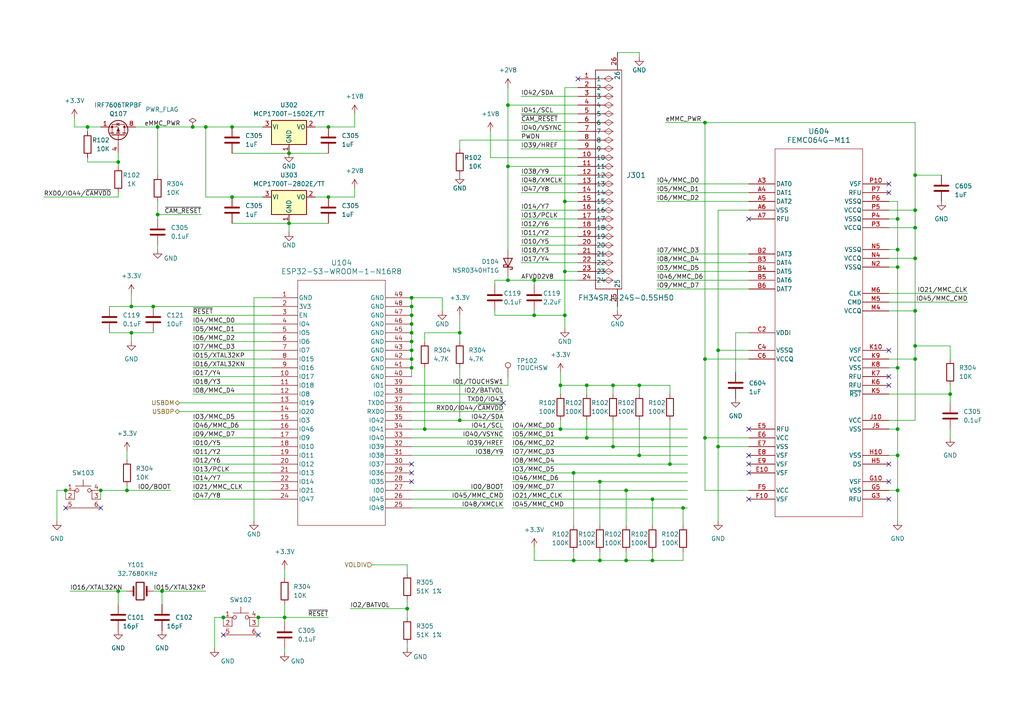
<source format=kicad_sch>
(kicad_sch (version 20231120) (generator "eeschema") (generator_version "8.0")
  (paper "A4")
  (title_block (title "TIMELEAPCAM") (date "2024-02-28") (rev "Rev1") (company "HNZ") (comment 1 "Licensed under CC-BY-SA V4.0") (comment 2 "(C) 2023 Hiroshi Nakajima <hnakamiru1103@gmail.com>"))
  (junction (at 55.88 36.83))
  (junction (at 204.47 104.14))
  (junction (at 119.38 91.44))
  (junction (at 166.37 162.56))
  (junction (at 45.72 36.83))
  (junction (at 163.83 58.42))
  (junction (at 204.47 35.56))
  (junction (at 163.83 78.74))
  (junction (at 208.28 129.54))
  (junction (at 123.19 124.46))
  (junction (at 119.38 96.52))
  (junction (at 260.35 124.46))
  (junction (at 34.29 171.45))
  (junction (at 119.38 99.06))
  (junction (at 44.45 88.9))
  (junction (at 154.94 91.44))
  (junction (at 74.93 179.07))
  (junction (at 265.43 104.14))
  (junction (at 162.56 124.46))
  (junction (at 59.69 36.83))
  (junction (at 170.18 111.76))
  (junction (at 64.77 179.07))
  (junction (at 181.61 142.24))
  (junction (at 147.32 81.28))
  (junction (at 118.11 176.53))
  (junction (at 133.35 96.52))
  (junction (at 260.35 72.39))
  (junction (at 173.99 162.56))
  (junction (at 83.82 64.77))
  (junction (at 177.8 111.76))
  (junction (at 275.59 114.3))
  (junction (at 45.72 62.23))
  (junction (at 82.55 179.07))
  (junction (at 265.43 50.8))
  (junction (at 173.99 139.7))
  (junction (at 260.35 132.08))
  (junction (at 46.99 171.45))
  (junction (at 260.35 106.68))
  (junction (at 265.43 66.04))
  (junction (at 265.43 74.93))
  (junction (at 181.61 162.56))
  (junction (at 34.29 46.99))
  (junction (at 95.25 57.15))
  (junction (at 208.28 101.6))
  (junction (at 83.82 44.45))
  (junction (at 147.32 30.48))
  (junction (at 119.38 106.68))
  (junction (at 265.43 60.96))
  (junction (at 260.35 63.5))
  (junction (at 133.35 121.92))
  (junction (at 119.38 93.98))
  (junction (at 19.05 142.24))
  (junction (at 154.94 81.28))
  (junction (at 67.31 36.83))
  (junction (at 38.1 88.9))
  (junction (at 170.18 127))
  (junction (at 119.38 88.9))
  (junction (at 163.83 91.44))
  (junction (at 119.38 104.14))
  (junction (at 177.8 129.54))
  (junction (at 36.83 142.24))
  (junction (at 119.38 101.6))
  (junction (at 194.31 134.62))
  (junction (at 260.35 77.47))
  (junction (at 198.12 147.32))
  (junction (at 265.43 100.33))
  (junction (at 185.42 132.08))
  (junction (at 204.47 127))
  (junction (at 119.38 86.36))
  (junction (at 67.31 57.15))
  (junction (at 260.35 142.24))
  (junction (at 189.23 144.78))
  (junction (at 166.37 137.16))
  (junction (at 147.32 48.26))
  (junction (at 185.42 111.76))
  (junction (at 25.4 36.83))
  (junction (at 95.25 36.83))
  (junction (at 29.21 142.24))
  (junction (at 38.1 96.52))
  (junction (at 265.43 90.17))
  (junction (at 162.56 111.76))
  (junction (at 189.23 162.56))
  (no_connect (at 119.38 134.62))
  (no_connect (at 217.17 144.78))
  (no_connect (at 257.81 101.6))
  (no_connect (at 257.81 139.7))
  (no_connect (at 119.38 139.7))
  (no_connect (at 217.17 63.5))
  (no_connect (at 29.21 147.32))
  (no_connect (at 257.81 109.22))
  (no_connect (at 167.64 22.86))
  (no_connect (at 257.81 111.76))
  (no_connect (at 217.17 134.62))
  (no_connect (at 257.81 53.34))
  (no_connect (at 257.81 55.88))
  (no_connect (at 217.17 124.46))
  (no_connect (at 217.17 132.08))
  (no_connect (at 19.05 147.32))
  (no_connect (at 146.05 116.84))
  (no_connect (at 64.77 184.15))
  (no_connect (at 119.38 137.16))
  (no_connect (at 257.81 144.78))
  (no_connect (at 217.17 137.16))
  (no_connect (at 257.81 134.62))
  (no_connect (at 74.93 184.15))
  (wire (pts (xy 52.07 116.84) (xy 78.74 116.84)))
  (wire (pts (xy 190.5 78.74) (xy 217.17 78.74)))
  (wire (pts (xy 119.38 86.36) (xy 128.27 86.36)))
  (wire (pts (xy 118.11 186.69) (xy 118.11 187.96)))
  (wire (pts (xy 74.93 179.07) (xy 82.55 179.07)))
  (wire (pts (xy 119.38 86.36) (xy 119.38 88.9)))
  (wire (pts (xy 204.47 35.56) (xy 204.47 104.14)))
  (wire (pts (xy 148.59 127) (xy 170.18 127)))
  (wire (pts (xy 55.88 99.06) (xy 78.74 99.06)))
  (wire (pts (xy 275.59 124.46) (xy 275.59 127)))
  (wire (pts (xy 19.05 142.24) (xy 16.51 142.24)))
  (wire (pts (xy 82.55 175.26) (xy 82.55 179.07)))
  (wire (pts (xy 275.59 111.76) (xy 275.59 114.3)))
  (wire (pts (xy 133.35 121.92) (xy 146.05 121.92)))
  (wire (pts (xy 275.59 104.14) (xy 275.59 100.33)))
  (wire (pts (xy 163.83 25.4) (xy 163.83 58.42)))
  (wire (pts (xy 55.88 129.54) (xy 78.74 129.54)))
  (wire (pts (xy 82.55 180.34) (xy 82.55 179.07)))
  (wire (pts (xy 275.59 114.3) (xy 257.81 114.3)))
  (wire (pts (xy 102.87 57.15) (xy 95.25 57.15)))
  (wire (pts (xy 177.8 111.76) (xy 177.8 114.3)))
  (wire (pts (xy 74.93 179.07) (xy 74.93 181.61)))
  (wire (pts (xy 55.88 121.92) (xy 78.74 121.92)))
  (wire (pts (xy 45.72 63.5) (xy 45.72 62.23)))
  (wire (pts (xy 118.11 173.99) (xy 118.11 176.53)))
  (wire (pts (xy 189.23 144.78) (xy 199.39 144.78)))
  (wire (pts (xy 46.99 171.45) (xy 46.99 175.26)))
  (wire (pts (xy 55.88 111.76) (xy 78.74 111.76)))
  (wire (pts (xy 25.4 46.99) (xy 34.29 46.99)))
  (wire (pts (xy 128.27 86.36) (xy 128.27 90.17)))
  (wire (pts (xy 91.44 36.83) (xy 95.25 36.83)))
  (wire (pts (xy 208.28 129.54) (xy 208.28 151.13)))
  (wire (pts (xy 265.43 50.8) (xy 265.43 60.96)))
  (wire (pts (xy 198.12 160.02) (xy 198.12 162.56)))
  (wire (pts (xy 133.35 91.44) (xy 133.35 96.52)))
  (wire (pts (xy 16.51 142.24) (xy 16.51 151.13)))
  (wire (pts (xy 34.29 44.45) (xy 34.29 46.99)))
  (wire (pts (xy 170.18 111.76) (xy 177.8 111.76)))
  (wire (pts (xy 29.21 142.24) (xy 29.21 144.78)))
  (wire (pts (xy 154.94 81.28) (xy 167.64 81.28)))
  (wire (pts (xy 170.18 121.92) (xy 170.18 127)))
  (wire (pts (xy 143.51 82.55) (xy 143.51 81.28)))
  (wire (pts (xy 181.61 142.24) (xy 199.39 142.24)))
  (wire (pts (xy 147.32 48.26) (xy 147.32 72.39)))
  (wire (pts (xy 179.07 15.24) (xy 185.42 15.24)))
  (wire (pts (xy 185.42 132.08) (xy 199.39 132.08)))
  (wire (pts (xy 38.1 88.9) (xy 44.45 88.9)))
  (wire (pts (xy 265.43 90.17) (xy 265.43 74.93)))
  (wire (pts (xy 194.31 111.76) (xy 194.31 114.3)))
  (wire (pts (xy 119.38 104.14) (xy 119.38 106.68)))
  (wire (pts (xy 55.88 134.62) (xy 78.74 134.62)))
  (wire (pts (xy 73.66 86.36) (xy 73.66 151.13)))
  (wire (pts (xy 21.59 36.83) (xy 25.4 36.83)))
  (wire (pts (xy 119.38 106.68) (xy 119.38 109.22)))
  (wire (pts (xy 38.1 96.52) (xy 38.1 99.06)))
  (wire (pts (xy 147.32 25.4) (xy 147.32 30.48)))
  (wire (pts (xy 55.88 127) (xy 78.74 127)))
  (wire (pts (xy 55.88 101.6) (xy 78.74 101.6)))
  (wire (pts (xy 185.42 111.76) (xy 194.31 111.76)))
  (wire (pts (xy 217.17 101.6) (xy 208.28 101.6)))
  (wire (pts (xy 190.5 55.88) (xy 217.17 55.88)))
  (wire (pts (xy 119.38 124.46) (xy 123.19 124.46)))
  (wire (pts (xy 151.13 43.18) (xy 167.64 43.18)))
  (wire (pts (xy 162.56 114.3) (xy 162.56 111.76)))
  (wire (pts (xy 257.81 66.04) (xy 265.43 66.04)))
  (wire (pts (xy 208.28 129.54) (xy 217.17 129.54)))
  (wire (pts (xy 119.38 114.3) (xy 146.05 114.3)))
  (wire (pts (xy 265.43 50.8) (xy 273.05 50.8)))
  (wire (pts (xy 185.42 15.24) (xy 185.42 16.51)))
  (wire (pts (xy 82.55 189.23) (xy 82.55 187.96)))
  (wire (pts (xy 177.8 121.92) (xy 177.8 129.54)))
  (wire (pts (xy 147.32 48.26) (xy 167.64 48.26)))
  (wire (pts (xy 257.81 121.92) (xy 265.43 121.92)))
  (wire (pts (xy 162.56 107.95) (xy 162.56 111.76)))
  (wire (pts (xy 257.81 106.68) (xy 260.35 106.68)))
  (wire (pts (xy 55.88 132.08) (xy 78.74 132.08)))
  (wire (pts (xy 189.23 144.78) (xy 189.23 152.4)))
  (wire (pts (xy 189.23 162.56) (xy 181.61 162.56)))
  (wire (pts (xy 59.69 36.83) (xy 67.31 36.83)))
  (wire (pts (xy 29.21 142.24) (xy 36.83 142.24)))
  (wire (pts (xy 102.87 33.02) (xy 102.87 36.83)))
  (wire (pts (xy 147.32 81.28) (xy 154.94 81.28)))
  (wire (pts (xy 31.75 96.52) (xy 38.1 96.52)))
  (wire (pts (xy 67.31 57.15) (xy 76.2 57.15)))
  (wire (pts (xy 148.59 144.78) (xy 189.23 144.78)))
  (wire (pts (xy 148.59 124.46) (xy 162.56 124.46)))
  (wire (pts (xy 162.56 111.76) (xy 170.18 111.76)))
  (wire (pts (xy 118.11 163.83) (xy 118.11 166.37)))
  (wire (pts (xy 185.42 121.92) (xy 185.42 132.08)))
  (wire (pts (xy 55.88 91.44) (xy 78.74 91.44)))
  (wire (pts (xy 25.4 36.83) (xy 25.4 38.1)))
  (wire (pts (xy 257.81 104.14) (xy 265.43 104.14)))
  (wire (pts (xy 204.47 127) (xy 204.47 142.24)))
  (wire (pts (xy 36.83 171.45) (xy 34.29 171.45)))
  (wire (pts (xy 143.51 81.28) (xy 147.32 81.28)))
  (wire (pts (xy 62.23 179.07) (xy 62.23 187.96)))
  (wire (pts (xy 154.94 162.56) (xy 166.37 162.56)))
  (wire (pts (xy 119.38 121.92) (xy 133.35 121.92)))
  (wire (pts (xy 31.75 88.9) (xy 38.1 88.9)))
  (wire (pts (xy 25.4 36.83) (xy 29.21 36.83)))
  (wire (pts (xy 167.64 25.4) (xy 163.83 25.4)))
  (wire (pts (xy 257.81 90.17) (xy 265.43 90.17)))
  (wire (pts (xy 45.72 58.42) (xy 45.72 62.23)))
  (wire (pts (xy 151.13 71.12) (xy 167.64 71.12)))
  (wire (pts (xy 275.59 114.3) (xy 275.59 116.84)))
  (wire (pts (xy 123.19 124.46) (xy 146.05 124.46)))
  (wire (pts (xy 82.55 165.1) (xy 82.55 167.64)))
  (wire (pts (xy 38.1 96.52) (xy 44.45 96.52)))
  (wire (pts (xy 119.38 119.38) (xy 146.05 119.38)))
  (wire (pts (xy 119.38 101.6) (xy 119.38 104.14)))
  (wire (pts (xy 118.11 176.53) (xy 118.11 179.07)))
  (wire (pts (xy 257.81 124.46) (xy 260.35 124.46)))
  (wire (pts (xy 83.82 44.45) (xy 95.25 44.45)))
  (wire (pts (xy 119.38 111.76) (xy 147.32 111.76)))
  (wire (pts (xy 142.24 45.72) (xy 167.64 45.72)))
  (wire (pts (xy 119.38 99.06) (xy 119.38 101.6)))
  (wire (pts (xy 151.13 76.2) (xy 167.64 76.2)))
  (wire (pts (xy 44.45 171.45) (xy 46.99 171.45)))
  (wire (pts (xy 143.51 91.44) (xy 154.94 91.44)))
  (wire (pts (xy 147.32 30.48) (xy 167.64 30.48)))
  (wire (pts (xy 119.38 132.08) (xy 146.05 132.08)))
  (wire (pts (xy 55.88 124.46) (xy 78.74 124.46)))
  (wire (pts (xy 34.29 55.88) (xy 34.29 57.15)))
  (wire (pts (xy 83.82 64.77) (xy 83.82 67.31)))
  (wire (pts (xy 91.44 57.15) (xy 95.25 57.15)))
  (wire (pts (xy 154.94 91.44) (xy 163.83 91.44)))
  (wire (pts (xy 143.51 90.17) (xy 143.51 91.44)))
  (wire (pts (xy 181.61 160.02) (xy 181.61 162.56)))
  (wire (pts (xy 265.43 35.56) (xy 204.47 35.56)))
  (wire (pts (xy 55.88 144.78) (xy 78.74 144.78)))
  (wire (pts (xy 151.13 68.58) (xy 167.64 68.58)))
  (wire (pts (xy 119.38 93.98) (xy 119.38 96.52)))
  (wire (pts (xy 257.81 87.63) (xy 280.67 87.63)))
  (wire (pts (xy 162.56 124.46) (xy 199.39 124.46)))
  (wire (pts (xy 189.23 160.02) (xy 189.23 162.56)))
  (wire (pts (xy 190.5 53.34) (xy 217.17 53.34)))
  (wire (pts (xy 217.17 96.52) (xy 213.36 96.52)))
  (wire (pts (xy 52.07 119.38) (xy 78.74 119.38)))
  (wire (pts (xy 257.81 142.24) (xy 260.35 142.24)))
  (wire (pts (xy 204.47 104.14) (xy 217.17 104.14)))
  (wire (pts (xy 67.31 44.45) (xy 83.82 44.45)))
  (wire (pts (xy 45.72 36.83) (xy 55.88 36.83)))
  (wire (pts (xy 177.8 111.76) (xy 185.42 111.76)))
  (wire (pts (xy 133.35 40.64) (xy 167.64 40.64)))
  (wire (pts (xy 102.87 54.61) (xy 102.87 57.15)))
  (wire (pts (xy 265.43 35.56) (xy 265.43 50.8)))
  (wire (pts (xy 34.29 48.26) (xy 34.29 46.99)))
  (wire (pts (xy 148.59 137.16) (xy 166.37 137.16)))
  (wire (pts (xy 260.35 106.68) (xy 260.35 77.47)))
  (wire (pts (xy 133.35 43.18) (xy 133.35 40.64)))
  (wire (pts (xy 173.99 162.56) (xy 166.37 162.56)))
  (wire (pts (xy 67.31 64.77) (xy 83.82 64.77)))
  (wire (pts (xy 45.72 36.83) (xy 45.72 50.8)))
  (wire (pts (xy 173.99 139.7) (xy 173.99 152.4)))
  (wire (pts (xy 260.35 63.5) (xy 257.81 63.5)))
  (wire (pts (xy 101.6 176.53) (xy 118.11 176.53)))
  (wire (pts (xy 217.17 127) (xy 204.47 127)))
  (wire (pts (xy 119.38 144.78) (xy 146.05 144.78)))
  (wire (pts (xy 133.35 96.52) (xy 133.35 99.06)))
  (wire (pts (xy 55.88 114.3) (xy 78.74 114.3)))
  (wire (pts (xy 151.13 55.88) (xy 167.64 55.88)))
  (wire (pts (xy 154.94 158.75) (xy 154.94 162.56)))
  (wire (pts (xy 148.59 142.24) (xy 181.61 142.24)))
  (wire (pts (xy 208.28 60.96) (xy 208.28 101.6)))
  (wire (pts (xy 260.35 124.46) (xy 260.35 132.08)))
  (wire (pts (xy 25.4 45.72) (xy 25.4 46.99)))
  (wire (pts (xy 260.35 142.24) (xy 260.35 151.13)))
  (wire (pts (xy 154.94 81.28) (xy 154.94 82.55)))
  (wire (pts (xy 257.81 77.47) (xy 260.35 77.47)))
  (wire (pts (xy 64.77 179.07) (xy 64.77 181.61)))
  (wire (pts (xy 204.47 104.14) (xy 204.47 127)))
  (wire (pts (xy 163.83 58.42) (xy 163.83 78.74)))
  (wire (pts (xy 36.83 142.24) (xy 49.53 142.24)))
  (wire (pts (xy 151.13 66.04) (xy 167.64 66.04)))
  (wire (pts (xy 148.59 134.62) (xy 194.31 134.62)))
  (wire (pts (xy 163.83 91.44) (xy 163.83 95.25)))
  (wire (pts (xy 83.82 64.77) (xy 95.25 64.77)))
  (wire (pts (xy 36.83 140.97) (xy 36.83 142.24)))
  (wire (pts (xy 119.38 129.54) (xy 146.05 129.54)))
  (wire (pts (xy 119.38 127) (xy 146.05 127)))
  (wire (pts (xy 59.69 36.83) (xy 59.69 57.15)))
  (wire (pts (xy 163.83 58.42) (xy 167.64 58.42)))
  (wire (pts (xy 265.43 74.93) (xy 265.43 66.04)))
  (wire (pts (xy 265.43 100.33) (xy 265.43 90.17)))
  (wire (pts (xy 260.35 58.42) (xy 260.35 63.5)))
  (wire (pts (xy 151.13 38.1) (xy 167.64 38.1)))
  (wire (pts (xy 162.56 121.92) (xy 162.56 124.46)))
  (wire (pts (xy 151.13 33.02) (xy 167.64 33.02)))
  (wire (pts (xy 123.19 99.06) (xy 123.19 96.52)))
  (wire (pts (xy 194.31 134.62) (xy 199.39 134.62)))
  (wire (pts (xy 148.59 129.54) (xy 177.8 129.54)))
  (wire (pts (xy 166.37 160.02) (xy 166.37 162.56)))
  (wire (pts (xy 194.31 121.92) (xy 194.31 134.62)))
  (wire (pts (xy 177.8 129.54) (xy 199.39 129.54)))
  (wire (pts (xy 151.13 35.56) (xy 167.64 35.56)))
  (wire (pts (xy 151.13 63.5) (xy 167.64 63.5)))
  (wire (pts (xy 147.32 109.22) (xy 147.32 111.76)))
  (wire (pts (xy 147.32 30.48) (xy 147.32 48.26)))
  (wire (pts (xy 260.35 142.24) (xy 260.35 132.08)))
  (wire (pts (xy 265.43 104.14) (xy 265.43 100.33)))
  (wire (pts (xy 133.35 106.68) (xy 133.35 121.92)))
  (wire (pts (xy 275.59 100.33) (xy 265.43 100.33)))
  (wire (pts (xy 190.5 83.82) (xy 217.17 83.82)))
  (wire (pts (xy 181.61 142.24) (xy 181.61 152.4)))
  (wire (pts (xy 151.13 50.8) (xy 167.64 50.8)))
  (wire (pts (xy 190.5 73.66) (xy 217.17 73.66)))
  (wire (pts (xy 163.83 78.74) (xy 167.64 78.74)))
  (wire (pts (xy 257.81 74.93) (xy 265.43 74.93)))
  (wire (pts (xy 260.35 77.47) (xy 260.35 72.39)))
  (wire (pts (xy 198.12 147.32) (xy 199.39 147.32)))
  (wire (pts (xy 151.13 73.66) (xy 167.64 73.66)))
  (wire (pts (xy 55.88 142.24) (xy 78.74 142.24)))
  (wire (pts (xy 45.72 72.39) (xy 45.72 71.12)))
  (wire (pts (xy 204.47 142.24) (xy 217.17 142.24)))
  (wire (pts (xy 73.66 86.36) (xy 78.74 86.36)))
  (wire (pts (xy 257.81 132.08) (xy 260.35 132.08)))
  (wire (pts (xy 55.88 104.14) (xy 78.74 104.14)))
  (wire (pts (xy 257.81 58.42) (xy 260.35 58.42)))
  (wire (pts (xy 151.13 27.94) (xy 167.64 27.94)))
  (wire (pts (xy 181.61 162.56) (xy 173.99 162.56)))
  (wire (pts (xy 257.81 85.09) (xy 280.67 85.09)))
  (wire (pts (xy 20.32 171.45) (xy 34.29 171.45)))
  (wire (pts (xy 185.42 111.76) (xy 185.42 114.3)))
  (wire (pts (xy 55.88 36.83) (xy 59.69 36.83)))
  (wire (pts (xy 55.88 139.7) (xy 78.74 139.7)))
  (wire (pts (xy 179.07 88.9) (xy 179.07 90.17)))
  (wire (pts (xy 45.72 62.23) (xy 58.42 62.23)))
  (wire (pts (xy 142.24 38.1) (xy 142.24 45.72)))
  (wire (pts (xy 260.35 72.39) (xy 260.35 63.5)))
  (wire (pts (xy 46.99 171.45) (xy 59.69 171.45)))
  (wire (pts (xy 151.13 53.34) (xy 167.64 53.34)))
  (wire (pts (xy 119.38 88.9) (xy 119.38 91.44)))
  (wire (pts (xy 265.43 121.92) (xy 265.43 104.14)))
  (wire (pts (xy 59.69 57.15) (xy 67.31 57.15)))
  (wire (pts (xy 36.83 130.81) (xy 36.83 133.35)))
  (wire (pts (xy 123.19 106.68) (xy 123.19 124.46)))
  (wire (pts (xy 208.28 101.6) (xy 208.28 129.54)))
  (wire (pts (xy 119.38 91.44) (xy 119.38 93.98)))
  (wire (pts (xy 170.18 114.3) (xy 170.18 111.76)))
  (wire (pts (xy 67.31 36.83) (xy 76.2 36.83)))
  (wire (pts (xy 148.59 139.7) (xy 173.99 139.7)))
  (wire (pts (xy 166.37 137.16) (xy 166.37 152.4)))
  (wire (pts (xy 170.18 127) (xy 199.39 127)))
  (wire (pts (xy 19.05 142.24) (xy 19.05 144.78)))
  (wire (pts (xy 38.1 85.09) (xy 38.1 88.9)))
  (wire (pts (xy 148.59 132.08) (xy 185.42 132.08)))
  (wire (pts (xy 64.77 179.07) (xy 62.23 179.07)))
  (wire (pts (xy 173.99 139.7) (xy 199.39 139.7)))
  (wire (pts (xy 190.5 76.2) (xy 217.17 76.2)))
  (wire (pts (xy 55.88 137.16) (xy 78.74 137.16)))
  (wire (pts (xy 55.88 106.68) (xy 78.74 106.68)))
  (wire (pts (xy 119.38 142.24) (xy 146.05 142.24)))
  (wire (pts (xy 102.87 36.83) (xy 95.25 36.83)))
  (wire (pts (xy 190.5 81.28) (xy 217.17 81.28)))
  (wire (pts (xy 265.43 66.04) (xy 265.43 60.96)))
  (wire (pts (xy 21.59 36.83) (xy 21.59 34.29)))
  (wire (pts (xy 198.12 162.56) (xy 189.23 162.56)))
  (wire (pts (xy 147.32 81.28) (xy 147.32 80.01)))
  (wire (pts (xy 217.17 60.96) (xy 208.28 60.96)))
  (wire (pts (xy 213.36 96.52) (xy 213.36 107.95)))
  (wire (pts (xy 151.13 60.96) (xy 167.64 60.96)))
  (wire (pts (xy 163.83 78.74) (xy 163.83 91.44)))
  (wire (pts (xy 55.88 93.98) (xy 78.74 93.98)))
  (wire (pts (xy 154.94 90.17) (xy 154.94 91.44)))
  (wire (pts (xy 166.37 137.16) (xy 199.39 137.16)))
  (wire (pts (xy 55.88 109.22) (xy 78.74 109.22)))
  (wire (pts (xy 44.45 88.9) (xy 78.74 88.9)))
  (wire (pts (xy 12.7 57.15) (xy 34.29 57.15)))
  (wire (pts (xy 198.12 147.32) (xy 198.12 152.4)))
  (wire (pts (xy 257.81 72.39) (xy 260.35 72.39)))
  (wire (pts (xy 173.99 160.02) (xy 173.99 162.56)))
  (wire (pts (xy 107.95 163.83) (xy 118.11 163.83)))
  (wire (pts (xy 123.19 96.52) (xy 133.35 96.52)))
  (wire (pts (xy 39.37 36.83) (xy 45.72 36.83)))
  (wire (pts (xy 190.5 58.42) (xy 217.17 58.42)))
  (wire (pts (xy 260.35 124.46) (xy 260.35 106.68)))
  (wire (pts (xy 119.38 147.32) (xy 146.05 147.32)))
  (wire (pts (xy 82.55 179.07) (xy 95.25 179.07)))
  (wire (pts (xy 119.38 116.84) (xy 146.05 116.84)))
  (wire (pts (xy 34.29 171.45) (xy 34.29 175.26)))
  (wire (pts (xy 193.04 35.56) (xy 204.47 35.56)))
  (wire (pts (xy 257.81 60.96) (xy 265.43 60.96)))
  (wire (pts (xy 55.88 96.52) (xy 78.74 96.52)))
  (wire (pts (xy 119.38 96.52) (xy 119.38 99.06)))
  (wire (pts (xy 148.59 147.32) (xy 198.12 147.32)))
  (label "IO4{slash}MMC_D0" (at 55.88 93.98 0))
  (label "IO10{slash}Y5" (at 151.13 71.12 0))
  (label "IO9{slash}MMC_D7" (at 190.5 83.82 0))
  (label "IO21{slash}MMC_CLK" (at 280.67 85.09 180))
  (label "IO40{slash}VSYNC" (at 151.13 38.1 0))
  (label "IO47{slash}Y8" (at 151.13 55.88 0))
  (label "IO45{slash}MMC_CMD" (at 146.05 144.78 180))
  (label "IO12{slash}Y6" (at 151.13 66.04 0))
  (label "IO15{slash}XTAL32KP" (at 55.88 104.14 0))
  (label "IO16{slash}XTAL32KN" (at 20.32 171.45 0))
  (label "IO1{slash}TOUCHSW1" (at 146.05 111.76 180))
  (label "IO8{slash}MMC_D4" (at 190.5 76.2 0))
  (label "IO12{slash}Y6" (at 55.88 134.62 0))
  (label "IO14{slash}Y7" (at 151.13 60.96 0))
  (label "IO21{slash}MMC_CLK" (at 148.59 144.78 0))
  (label "IO41{slash}SCL" (at 146.05 124.46 180))
  (label "IO11{slash}Y2" (at 55.88 132.08 0))
  (label "IO9{slash}MMC_D7" (at 55.88 127 0))
  (label "IO2{slash}BATVOL" (at 146.05 114.3 180))
  (label "IO38{slash}Y9" (at 146.05 132.08 180))
  (label "IO8{slash}MMC_D4" (at 55.88 114.3 0))
  (label "IO21{slash}MMC_CLK" (at 55.88 142.24 0))
  (label "IO5{slash}MMC_D1" (at 190.5 55.88 0))
  (label "IO6{slash}MMC_D2" (at 148.59 129.54 0))
  (label "IO45{slash}MMC_CMD" (at 280.67 87.63 180))
  (label "IO2{slash}BATVOL" (at 101.6 176.53 0))
  (label "IO6{slash}MMC_D2" (at 190.5 58.42 0))
  (label "IO46{slash}MMC_D6" (at 55.88 124.46 0))
  (label "IO3{slash}MMC_D5" (at 55.88 121.92 0))
  (label "IO16{slash}XTAL32KN" (at 55.88 106.68 0))
  (label "IO7{slash}MMC_D3" (at 148.59 132.08 0))
  (label "IO18{slash}Y3" (at 151.13 73.66 0))
  (label "IO42{slash}SDA" (at 146.05 121.92 180))
  (label "IO15{slash}XTAL32KP" (at 59.69 171.45 180))
  (label "IO5{slash}MMC_D1" (at 148.59 127 0))
  (label "IO10{slash}Y5" (at 55.88 129.54 0))
  (label "RXD0{slash}IO44{slash}~{CAMVDD}" (at 146.05 119.38 180))
  (label "IO13{slash}PCLK" (at 151.13 63.5 0))
  (label "IO5{slash}MMC_D1" (at 55.88 96.52 0))
  (label "IO6{slash}MMC_D2" (at 55.88 99.06 0))
  (label "IO13{slash}PCLK" (at 55.88 137.16 0))
  (label "IO39{slash}HREF" (at 146.05 129.54 180))
  (label "IO14{slash}Y7" (at 55.88 139.7 0))
  (label "IO11{slash}Y2" (at 151.13 68.58 0))
  (label "~{RESET}" (at 55.88 91.44 0))
  (label "IO41{slash}SCL" (at 151.13 33.02 0))
  (label "~{RESET}" (at 95.25 179.07 180))
  (label "IO0{slash}BOOT" (at 49.53 142.24 180))
  (label "IO42{slash}SDA" (at 151.13 27.94 0))
  (label "eMMC_PWR" (at 41.91 36.83 0))
  (label "TXD0{slash}IO43" (at 146.05 116.84 180))
  (label "IO48{slash}XMCLK" (at 151.13 53.34 0))
  (label "IO7{slash}MMC_D3" (at 55.88 101.6 0))
  (label "IO8{slash}MMC_D4" (at 148.59 134.62 0))
  (label "IO48{slash}XMCLK" (at 146.05 147.32 180))
  (label "IO40{slash}VSYNC" (at 146.05 127 180))
  (label "AFVDD2V8" (at 151.13 81.28 0))
  (label "IO9{slash}MMC_D7" (at 148.59 142.24 0))
  (label "IO38{slash}Y9" (at 151.13 50.8 0))
  (label "IO17{slash}Y4" (at 151.13 76.2 0))
  (label "IO18{slash}Y3" (at 55.88 111.76 0))
  (label "IO46{slash}MMC_D6" (at 190.5 81.28 0))
  (label "IO45{slash}MMC_CMD" (at 148.59 147.32 0))
  (label "RXD0{slash}IO44{slash}~{CAMVDD}" (at 12.7 57.15 0))
  (label "IO39{slash}HREF" (at 151.13 43.18 0))
  (label "PWDN" (at 151.13 40.64 0))
  (label "IO17{slash}Y4" (at 55.88 109.22 0))
  (label "IO3{slash}MMC_D5" (at 190.5 78.74 0))
  (label "IO7{slash}MMC_D3" (at 190.5 73.66 0))
  (label "IO4{slash}MMC_D0" (at 148.59 124.46 0))
  (label "IO3{slash}MMC_D5" (at 148.59 137.16 0))
  (label "eMMC_PWR" (at 193.04 35.56 0))
  (label "IO4{slash}MMC_D0" (at 190.5 53.34 0))
  (label "~{CAM_RESET}" (at 151.13 35.56 0))
  (label "IO0{slash}BOOT" (at 146.05 142.24 180))
  (label "~{CAM_RESET}" (at 58.42 62.23 180))
  (label "IO46{slash}MMC_D6" (at 148.59 139.7 0))
  (label "IO47{slash}Y8" (at 55.88 144.78 0))
  (hierarchical_label "USBDP" (shape bidirectional) (at 52.07 119.38 180))
  (hierarchical_label "USBDM" (shape bidirectional) (at 52.07 116.84 180))
  (hierarchical_label "VOLDIV" (shape input) (at 107.95 163.83 180))
  (symbol (lib_id "power:GND") (at 275.59 127 0) (unit 1)
    (property "Reference" "#PWR0613" (effects (hide yes)))
    (property "Value" "GND" (at 275.59 132.08 0))
    (instances (project "shareusbdisk2" (path "" (reference "#PWR0613") (unit 1))) (project "qi-receiver" (path "" (reference "#PWR0326") (unit 1))) (project "timeleapcam" (path "" (reference "#PWR0325") (unit 1))))
  )
  (symbol (lib_id "power:+2V8") (at 102.87 54.61 0) (unit 1)
    (property "Reference" "#PWR0315" (effects (hide yes)))
    (property "Value" "+2V8" (at 102.87 49.53 0))
  )
  (symbol (lib_id "power:GND") (at 16.51 151.13 0) (unit 1)
    (property "Reference" "#PWR0309" (effects (hide yes)))
    (property "Value" "GND" (at 16.51 156.21 0))
    (instances (project "ESP32C3" (path "" (reference "#PWR0309") (unit 1))) (project "currentlogger" (path "" (reference "#PWR0119") (unit 1))) (project "qi-receiver" (path "" (reference "#PWR0130") (unit 1)) (path "" (reference "#PWR0301") (unit 1))) (project "heatpanelcontroller" (path "" (reference "#PWR0309") (unit 1)) (path "" (reference "#PWR0308") (unit 1))) (project "templogger" (path "" (reference "#PWR0125") (unit 1))) (project "esp32-s3-core" (path "" (reference "#PWR0106") (unit 1))) (project "timeleapcam" (path "" (reference "#PWR0301") (unit 1))))
  )
  (symbol (lib_id "power:GND") (at 128.27 90.17 0) (unit 1)
    (property "Reference" "#PWR0306" (effects (hide yes)))
    (property "Value" "GND" (at 128.27 93.98 0))
    (instances (project "ESP32C3" (path "" (reference "#PWR0306") (unit 1))) (project "currentlogger" (path "" (reference "#PWR0138") (unit 1))) (project "qi-receiver" (path "" (reference "#PWR0126") (unit 1)) (path "" (reference "#PWR0312") (unit 1))) (project "heatpanelcontroller" (path "" (reference "#PWR0306") (unit 1)) (path "" (reference "#PWR0305") (unit 1))) (project "templogger" (path "" (reference "#PWR0120") (unit 1))) (project "esp32-s3-core" (path "" (reference "#PWR0110") (unit 1))) (project "timeleapcam" (path "" (reference "#PWR0317") (unit 1))))
  )
  (symbol (lib_id "Device:R") (at 198.12 156.21 0) (unit 1)
    (property "Reference" "R102" (at 191.77 154.94 0) (effects (justify left)))
    (property "Value" "100K" (at 191.77 157.48 0) (effects (justify left)))
    (property "Footprint" "Resistor_SMD:R_0603_1608Metric" (effects (hide yes)))
    (property "digikey" "13-RC0603JR-1010KLCT-ND" (effects (hide yes)))
    (property "distributor" "https://www.digikey.com/en/products/detail/yageo/RC0603JR-1010KL/13694233" (effects (hide yes)))
    (instances (project "ESP32C3" (path "" (reference "R102") (unit 1))) (project "smartbatterycharger" (path "" (reference "R138") (unit 1))) (project "qi-receiver" (path "" (reference "R319") (unit 1))) (project "heatpanelcontroller" (path "" (reference "R202") (unit 1))) (project "templogger" (path "" (reference "R104") (unit 1))) (project "timeleapcam" (path "" (reference "R319") (unit 1))))
  )
  (symbol (lib_id "power:+3.3V") (at 21.59 34.29 0) (unit 1)
    (property "Reference" "#PWR0311" (effects (hide yes)))
    (property "Value" "+3.3V" (at 21.59 29.21 0))
    (instances (project "ESP32C3" (path "" (reference "#PWR0311") (unit 1))) (project "currentlogger" (path "" (reference "#PWR0122") (unit 1))) (project "qi-receiver" (path "" (reference "#PWR0123") (unit 1)) (path "" (reference "#PWR0317") (unit 1))) (project "heatpanelcontroller" (path "" (reference "#PWR0311") (unit 1)) (path "" (reference "#PWR0309") (unit 1))) (project "templogger" (path "" (reference "#PWR0127") (unit 1))) (project "esp32-s3-core" (path "" (reference "#PWR0113") (unit 1))) (project "timeleapcam" (path "" (reference "#PWR0302") (unit 1))))
  )
  (symbol (lib_id "power:GND") (at 179.07 90.17 0) (unit 1)
    (property "Reference" "#PWR0306" (effects (hide yes)))
    (property "Value" "GND" (at 179.07 93.98 0))
    (instances (project "ESP32C3" (path "" (reference "#PWR0306") (unit 1))) (project "currentlogger" (path "" (reference "#PWR0138") (unit 1))) (project "qi-receiver" (path "" (reference "#PWR0126") (unit 1)) (path "" (reference "#PWR0318") (unit 1))) (project "heatpanelcontroller" (path "" (reference "#PWR0306") (unit 1)) (path "" (reference "#PWR0305") (unit 1))) (project "templogger" (path "" (reference "#PWR0120") (unit 1))) (project "esp32-s3-core" (path "" (reference "#PWR0110") (unit 1))) (project "timeleapcam" (path "" (reference "#PWR0330") (unit 1))))
  )
  (symbol (lib_id "Device:R") (at 177.8 118.11 0) (unit 1)
    (property "Reference" "R102" (at 171.45 116.84 0) (effects (justify left)))
    (property "Value" "100K" (at 171.45 119.38 0) (effects (justify left)))
    (property "Footprint" "Resistor_SMD:R_0603_1608Metric" (effects (hide yes)))
    (property "digikey" "13-RC0603JR-1010KLCT-ND" (effects (hide yes)))
    (property "distributor" "https://www.digikey.com/en/products/detail/yageo/RC0603JR-1010KL/13694233" (effects (hide yes)))
    (instances (project "ESP32C3" (path "" (reference "R102") (unit 1))) (project "smartbatterycharger" (path "" (reference "R138") (unit 1))) (project "qi-receiver" (path "" (reference "R312") (unit 1))) (project "heatpanelcontroller" (path "" (reference "R202") (unit 1))) (project "templogger" (path "" (reference "R104") (unit 1))) (project "timeleapcam" (path "" (reference "R314") (unit 1))))
  )
  (symbol (lib_id "Device:C") (at 34.29 179.07 0) (unit 1)
    (property "Reference" "C101" (at 36.83 179.07 0) (effects (justify left)))
    (property "Value" "16pF" (at 35.56 181.61 0) (effects (justify left)))
    (property "Footprint" "Capacitor_SMD:C_0603_1608Metric" (effects (hide yes)))
    (property "digikey" "1292-1490-1-ND" (effects (hide yes)))
    (property "distributor" "https://www.digikey.com/en/products/detail/walsin-technology-corporation/0603N160J500CT/9354987" (effects (hide yes)))
    (instances (project "ESP32C3" (path "" (reference "C101") (unit 1))) (project "qi-receiver" (path "" (reference "C117") (unit 1)) (path "" (reference "C304") (unit 1))) (project "esp32-s3-core" (path "" (reference "C106") (unit 1))) (project "timeleapcam" (path "" (reference "C302") (unit 1))))
  )
  (symbol (lib_id "power:GND") (at 208.28 151.13 0) (unit 1)
    (property "Reference" "#PWR0610" (effects (hide yes)))
    (property "Value" "GND" (at 208.28 156.21 0))
    (instances (project "shareusbdisk2" (path "" (reference "#PWR0610") (unit 1))) (project "qi-receiver" (path "" (reference "#PWR0323") (unit 1))) (project "timeleapcam" (path "" (reference "#PWR0326") (unit 1))))
  )
  (symbol (lib_id "power:GND") (at 83.82 67.31 0) (unit 1)
    (property "Reference" "#PWR0306" (effects (hide yes)))
    (property "Value" "GND" (at 83.82 71.12 0))
    (instances (project "ESP32C3" (path "" (reference "#PWR0306") (unit 1))) (project "currentlogger" (path "" (reference "#PWR0138") (unit 1))) (project "qi-receiver" (path "" (reference "#PWR0126") (unit 1)) (path "" (reference "#PWR0304") (unit 1))) (project "heatpanelcontroller" (path "" (reference "#PWR0306") (unit 1)) (path "" (reference "#PWR0305") (unit 1))) (project "templogger" (path "" (reference "#PWR0120") (unit 1))) (project "esp32-s3-core" (path "" (reference "#PWR0110") (unit 1))) (project "timeleapcam" (path "" (reference "#PWR0313") (unit 1))))
  )
  (symbol (lib_id "Device:R") (at 133.35 102.87 0) (unit 1)
    (property "Reference" "R304" (at 135.89 101.6 0) (effects (justify left)))
    (property "Value" "4.7K" (at 135.89 104.14 0) (effects (justify left)))
    (property "Footprint" "Resistor_SMD:R_0603_1608Metric" (effects (hide yes)))
    (property "distributor" "https://www.digikey.com/en/products/detail/yageo/RC0603FR-074K7L/727212" (effects (hide yes)))
    (property "digikey" "311-4.70KHRCT-ND" (effects (hide yes)))
    (instances (project "ESP32C3" (path "" (reference "R304") (unit 1))) (project "currentlogger" (path "" (reference "R111") (unit 1))) (project "qi-receiver" (path "" (reference "R114") (unit 1)) (path "" (reference "R308") (unit 1))) (project "heatpanelcontroller" (path "" (reference "R304") (unit 1)) (path "" (reference "R303") (unit 1))) (project "templogger" (path "" (reference "R109") (unit 1))) (project "esp32-s3-core" (path "" (reference "R102") (unit 1))) (project "timeleapcam" (path "" (reference "R309") (unit 1))))
  )
  (symbol (lib_id "Device:C") (at 46.99 179.07 0) (unit 1)
    (property "Reference" "C102" (at 50.8 179.07 0) (effects (justify left)))
    (property "Value" "16pF" (at 48.26 181.61 0) (effects (justify left)))
    (property "Footprint" "Capacitor_SMD:C_0603_1608Metric" (effects (hide yes)))
    (property "digikey" "1292-1490-1-ND" (effects (hide yes)))
    (property "distributor" "https://www.digikey.com/en/products/detail/walsin-technology-corporation/0603N160J500CT/9354987" (effects (hide yes)))
    (instances (project "ESP32C3" (path "" (reference "C102") (unit 1))) (project "qi-receiver" (path "" (reference "C118") (unit 1)) (path "" (reference "C305") (unit 1))) (project "esp32-s3-core" (path "" (reference "C107") (unit 1))) (project "timeleapcam" (path "" (reference "C304") (unit 1))))
  )
  (symbol (lib_id "Device:C") (at 67.31 60.96 0) (unit 1)
    (property "Reference" "C305" (at 71.12 59.6899 0) (effects (justify left)))
    (property "Value" "1uF" (at 71.12 62.23 0) (effects (justify left)))
    (property "Footprint" "Capacitor_SMD:C_0805_2012Metric" (effects (hide yes)))
    (property "distributor" "https://www.digikey.com/en/products/detail/yageo/CC0805ZRY5V7BB105/2833622" (effects (hide yes)))
    (property "digikey" "311-1457-1-ND" (effects (hide yes)))
    (instances (project "ESP32C3" (path "" (reference "C305") (unit 1))) (project "currentlogger" (path "" (reference "C107") (unit 1))) (project "qi-receiver" (path "" (reference "C120") (unit 1)) (path "" (reference "C307") (unit 1))) (project "heatpanelcontroller" (path "" (reference "C305") (unit 1)) (path "" (reference "C305") (unit 1))) (project "templogger" (path "" (reference "C108") (unit 1))) (project "esp32-s3-core" (path "" (reference "C103") (unit 1))) (project "timeleapcam" (path "" (reference "C306") (unit 1))))
  )
  (symbol (lib_id "Device:R") (at 34.29 52.07 0) (unit 1)
    (property "Reference" "R102" (at 35.56 50.8 0) (effects (justify left)))
    (property "Value" "1K" (at 36.83 53.34 0) (effects (justify left)))
    (property "Footprint" "Resistor_SMD:R_0603_1608Metric" (effects (hide yes)))
    (property "digikey" "311-1.00KHRCT-ND" (effects (hide yes)))
    (property "distributor" "https://www.digikey.com/en/products/detail/yageo/RC0603FR-071KL/726843" (effects (hide yes)))
    (instances (project "ESP32C3" (path "" (reference "R102") (unit 1))) (project "smartbatterycharger" (path "" (reference "R138") (unit 1))) (project "qi-receiver" (path "" (reference "R305") (unit 1))) (project "heatpanelcontroller" (path "" (reference "R202") (unit 1))) (project "templogger" (path "" (reference "R104") (unit 1))) (project "timeleapcam" (path "" (reference "R303") (unit 1))))
  )
  (symbol (lib_id "power:+3.3V") (at 154.94 158.75 0) (unit 1)
    (property "Reference" "#PWR0311" (effects (hide yes)))
    (property "Value" "+3.3V" (at 154.94 153.67 0))
    (instances (project "ESP32C3" (path "" (reference "#PWR0311") (unit 1))) (project "currentlogger" (path "" (reference "#PWR0122") (unit 1))) (project "qi-receiver" (path "" (reference "#PWR0123") (unit 1)) (path "" (reference "#PWR0329") (unit 1))) (project "heatpanelcontroller" (path "" (reference "#PWR0311") (unit 1)) (path "" (reference "#PWR0309") (unit 1))) (project "templogger" (path "" (reference "#PWR0127") (unit 1))) (project "esp32-s3-core" (path "" (reference "#PWR0113") (unit 1))) (project "timeleapcam" (path "" (reference "#PWR0322") (unit 1))))
  )
  (symbol (lib_id "power:GND") (at 83.82 44.45 0) (unit 1)
    (property "Reference" "#PWR0306" (effects (hide yes)))
    (property "Value" "GND" (at 83.82 48.26 0))
    (instances (project "ESP32C3" (path "" (reference "#PWR0306") (unit 1))) (project "currentlogger" (path "" (reference "#PWR0138") (unit 1))) (project "qi-receiver" (path "" (reference "#PWR0126") (unit 1)) (path "" (reference "#PWR0305") (unit 1))) (project "heatpanelcontroller" (path "" (reference "#PWR0306") (unit 1)) (path "" (reference "#PWR0305") (unit 1))) (project "templogger" (path "" (reference "#PWR0120") (unit 1))) (project "esp32-s3-core" (path "" (reference "#PWR0110") (unit 1))) (project "timeleapcam" (path "" (reference "#PWR0312") (unit 1))))
  )
  (symbol (lib_id "Device:R") (at 166.37 156.21 0) (unit 1)
    (property "Reference" "R102" (at 160.02 154.94 0) (effects (justify left)))
    (property "Value" "100K" (at 160.02 157.48 0) (effects (justify left)))
    (property "Footprint" "Resistor_SMD:R_0603_1608Metric" (effects (hide yes)))
    (property "digikey" "13-RC0603JR-1010KLCT-ND" (effects (hide yes)))
    (property "distributor" "https://www.digikey.com/en/products/detail/yageo/RC0603JR-1010KL/13694233" (effects (hide yes)))
    (instances (project "ESP32C3" (path "" (reference "R102") (unit 1))) (project "smartbatterycharger" (path "" (reference "R138") (unit 1))) (project "qi-receiver" (path "" (reference "R315") (unit 1))) (project "heatpanelcontroller" (path "" (reference "R202") (unit 1))) (project "templogger" (path "" (reference "R104") (unit 1))) (project "timeleapcam" (path "" (reference "R311") (unit 1))))
  )
  (symbol (lib_id "Device:C") (at 67.31 40.64 0) (unit 1)
    (property "Reference" "C305" (at 71.12 39.3699 0) (effects (justify left)))
    (property "Value" "1uF" (at 71.12 41.91 0) (effects (justify left)))
    (property "Footprint" "Capacitor_SMD:C_0805_2012Metric" (effects (hide yes)))
    (property "distributor" "https://www.digikey.com/en/products/detail/yageo/CC0805ZRY5V7BB105/2833622" (effects (hide yes)))
    (property "digikey" "311-1457-1-ND" (effects (hide yes)))
    (instances (project "ESP32C3" (path "" (reference "C305") (unit 1))) (project "currentlogger" (path "" (reference "C107") (unit 1))) (project "qi-receiver" (path "" (reference "C120") (unit 1)) (path "" (reference "C309") (unit 1))) (project "heatpanelcontroller" (path "" (reference "C305") (unit 1)) (path "" (reference "C305") (unit 1))) (project "templogger" (path "" (reference "C108") (unit 1))) (project "esp32-s3-core" (path "" (reference "C103") (unit 1))) (project "timeleapcam" (path "" (reference "C305") (unit 1))))
  )
  (symbol (lib_id "power:+1V8") (at 142.24 38.1 0) (unit 1)
    (property "Reference" "#PWR0321" (effects (hide yes)))
    (property "Value" "+1V8" (at 142.24 33.02 0))
    (instances (project "qi-receiver" (path "" (reference "#PWR0321") (unit 1))) (project "timeleapcam" (path "" (reference "#PWR0320") (unit 1))))
  )
  (symbol (lib_id "power:GND") (at 46.99 182.88 0) (unit 1)
    (property "Reference" "#PWR0110" (effects (hide yes)))
    (property "Value" "GND" (at 46.99 187.96 0))
    (instances (project "ESP32C3" (path "" (reference "#PWR0110") (unit 1))) (project "qi-receiver" (path "" (reference "#PWR0118") (unit 1)) (path "" (reference "#PWR0314") (unit 1))) (project "esp32-s3-core" (path "" (reference "#PWR0116") (unit 1))) (project "timeleapcam" (path "" (reference "#PWR0307") (unit 1))))
  )
  (symbol (lib_id "Regulator_Linear:MCP1700x-280xxTT") (at 83.82 57.15 0) (unit 1)
    (property "Reference" "U303" (at 83.82 50.8 0))
    (property "Value" "MCP1700T-2802E/TT" (at 83.82 53.34 0))
    (property "Footprint" "Package_TO_SOT_SMD:SOT-23" (effects (hide yes)))
    (property "Datasheet" "http://ww1.microchip.com/downloads/en/DeviceDoc/20001826D.pdf" (effects (hide yes)))
    (property "digikey" "MCP1700T-2802E/TTCT-ND" (effects (hide yes)))
    (property "distributor" "https://www.digikey.com/en/products/detail/microchip-technology/MCP1700T-2802E-TT/2614919" (effects (hide yes)))
  )
  (symbol (lib_id "power:GND") (at 73.66 151.13 0) (unit 1)
    (property "Reference" "#PWR0306" (effects (hide yes)))
    (property "Value" "GND" (at 73.66 154.94 0))
    (instances (project "ESP32C3" (path "" (reference "#PWR0306") (unit 1))) (project "currentlogger" (path "" (reference "#PWR0138") (unit 1))) (project "qi-receiver" (path "" (reference "#PWR0125") (unit 1)) (path "" (reference "#PWR0311") (unit 1))) (project "heatpanelcontroller" (path "" (reference "#PWR0306") (unit 1)) (path "" (reference "#PWR0305") (unit 1))) (project "templogger" (path "" (reference "#PWR0120") (unit 1))) (project "esp32-s3-core" (path "" (reference "#PWR0111") (unit 1))) (project "timeleapcam" (path "" (reference "#PWR0309") (unit 1))))
  )
  (symbol (lib_id "Device:R") (at 45.72 54.61 0) (unit 1)
    (property "Reference" "R304" (at 48.26 53.3399 0) (effects (justify left)))
    (property "Value" "10K" (at 48.26 55.8799 0) (effects (justify left)))
    (property "Footprint" "Resistor_SMD:R_0603_1608Metric" (effects (hide yes)))
    (property "distributor" "https://www.digikey.com/en/products/detail/yageo/RC0603JR-1010KL/13694233" (effects (hide yes)))
    (property "digikey" "13-RC0603JR-1010KLCT-ND" (effects (hide yes)))
    (instances (project "ESP32C3" (path "" (reference "R304") (unit 1))) (project "currentlogger" (path "" (reference "R111") (unit 1))) (project "qi-receiver" (path "" (reference "R114") (unit 1)) (path "" (reference "R304") (unit 1))) (project "heatpanelcontroller" (path "" (reference "R304") (unit 1)) (path "" (reference "R303") (unit 1))) (project "templogger" (path "" (reference "R109") (unit 1))) (project "esp32-s3-core" (path "" (reference "R102") (unit 1))) (project "timeleapcam" (path "" (reference "R321") (unit 1))))
  )
  (symbol (lib_id "tbctl:ESP32-S3-WROOM-1-N16R2") (at 78.74 86.36 0) (unit 1)
    (property "Reference" "U104" (at 99.06 76.2 0) (effects (font (size 1.524 1.524))))
    (property "Value" "ESP32-S3-WROOM-1-N16R8" (at 99.06 78.74 0) (effects (font (size 1.524 1.524))))
    (property "Footprint" "ESP32-S3-WROOM-1_EXP" (effects (hide yes)))
    (property "Datasheet" "ESP32-S3-WROOM-1-N16R2" (effects (hide yes)))
    (property "digikey" "1965-ESP32-S3-WROOM-1-N16R8CT-ND" (effects (hide yes)))
    (property "distributor" "https://www.digikey.com/en/products/detail/espressif-systems/ESP32-S3-WROOM-1-N16R8/16162642" (effects (hide yes)))
    (instances (project "qi-receiver" (path "" (reference "U104") (unit 1)) (path "" (reference "U301") (unit 1))) (project "esp32-s3-core" (path "" (reference "U101") (unit 1))) (project "timeleapcam" (path "" (reference "U301") (unit 1))))
  )
  (symbol (lib_id "tbctl:32.7680KHz") (at 40.64 171.45 0) (unit 1)
    (property "Reference" "Y101" (at 41.91 163.83 0) (effects (justify right)))
    (property "Value" "32.7680KHz" (at 45.72 166.37 0) (effects (justify right)))
    (property "Footprint" "Crystal:Crystal_SMD_3215-2Pin_3.2x1.5mm" (effects (hide yes)))
    (property "digikey" "2151-RT3215-32.768-12.5-TRCT-ND" (effects (hide yes)))
    (property "distributor" "https://www.digikey.com/en/products/detail/raltron-electronics/RT3215-32-768-12-5-TR/10273025" (effects (hide yes)))
    (instances (project "ESP32C3" (path "" (reference "Y101") (unit 1))) (project "qi-receiver" (path "" (reference "Y101") (unit 1)) (path "" (reference "Y301") (unit 1))) (project "esp32-s3-core" (path "" (reference "Y101") (unit 1))) (project "timeleapcam" (path "" (reference "Y301") (unit 1))))
  )
  (symbol (lib_id "tbctl:FH34SRJ-24S-0.5SH50") (at 167.64 22.86 0) (unit 1)
    (property "Reference" "J301" (at 181.61 50.8 0) (effects (font (size 1.524 1.524)) (justify left)))
    (property "Value" "FH34SRJ-24S-0.5SH50" (at 167.64 86.36 0) (effects (font (size 1.524 1.524)) (justify left)))
    (property "Footprint" "tbctl:HRS_FH34SRJ-24S-0.5SH_50_" (effects (hide yes)))
    (property "Datasheet" "FH34SRJ-24S-0.5SH50" (effects (hide yes)))
    (property "digikey" "26-FH34SRJ-24S-0.5SH(50)CT-ND" (effects (hide yes)))
    (property "distributor" "https://www.digikey.com/en/products/detail/hirose-electric-co-ltd/FH34SRJ-24S-0-5SH-50/5132528" (effects (hide yes)))
  )
  (symbol (lib_id "Device:R") (at 275.59 107.95 0) (unit 1)
    (property "Reference" "R304" (at 278.13 106.6799 0) (effects (justify left)))
    (property "Value" "10K" (at 278.13 109.2199 0) (effects (justify left)))
    (property "Footprint" "Resistor_SMD:R_0603_1608Metric" (effects (hide yes)))
    (property "distributor" "https://www.digikey.com/en/products/detail/yageo/RC0603JR-1010KL/13694233" (effects (hide yes)))
    (property "digikey" "13-RC0603JR-1010KLCT-ND" (effects (hide yes)))
    (instances (project "ESP32C3" (path "" (reference "R304") (unit 1))) (project "currentlogger" (path "" (reference "R111") (unit 1))) (project "qi-receiver" (path "" (reference "R114") (unit 1)) (path "" (reference "R304") (unit 1))) (project "heatpanelcontroller" (path "" (reference "R304") (unit 1)) (path "" (reference "R303") (unit 1))) (project "templogger" (path "" (reference "R109") (unit 1))) (project "esp32-s3-core" (path "" (reference "R102") (unit 1))) (project "timeleapcam" (path "" (reference "R320") (unit 1))))
  )
  (symbol (lib_id "tbctl:4.7uF") (at 44.45 92.71 0) (unit 1)
    (property "Reference" "C121" (at 48.26 91.44 0) (effects (justify left)))
    (property "Value" "10uF" (at 48.26 93.98 0) (effects (justify left)))
    (property "Footprint" "Capacitor_SMD:C_0805_2012Metric" (effects (hide yes)))
    (property "digikey" "311-3494-1-ND" (effects (hide yes)))
    (property "distributor" "https://www.digikey.com/en/products/detail/yageo/CC0603MRX5R8BB106/7164378" (effects (hide yes)))
    (instances (project "qi-receiver" (path "" (reference "C121") (unit 1)) (path "" (reference "C303") (unit 1))) (project "esp32-s3-core" (path "" (reference "C104") (unit 1))) (project "timeleapcam" (path "" (reference "C303") (unit 1))))
  )
  (symbol (lib_id "tbctl:4.7uF") (at 213.36 111.76 0) (unit 1)
    (property "Reference" "C604" (at 217.17 111.125 0) (effects (justify left)))
    (property "Value" "1uF" (at 217.17 113.665 0) (effects (justify left)))
    (property "Footprint" "Capacitor_SMD:C_0805_2012Metric" (effects (hide yes)))
    (property "digikey" "311-1457-1-ND" (effects (hide yes)))
    (property "storeURL" "https://www.digikey.com/en/products/detail/yageo/CC0603KPX7R7BB105/11491211" (effects (hide yes)))
    (property "distributor" "https://www.digikey.com/en/products/detail/yageo/CC0805ZRY5V7BB105/2833622" (effects (hide yes)))
    (instances (project "shareusbdisk2" (path "" (reference "C604") (unit 1))) (project "qi-receiver" (path "" (reference "C312") (unit 1))) (project "timeleapcam" (path "" (reference "C312") (unit 1))))
  )
  (symbol (lib_id "Device:R") (at 194.31 118.11 0) (unit 1)
    (property "Reference" "R102" (at 187.96 116.84 0) (effects (justify left)))
    (property "Value" "100K" (at 187.96 119.38 0) (effects (justify left)))
    (property "Footprint" "Resistor_SMD:R_0603_1608Metric" (effects (hide yes)))
    (property "digikey" "13-RC0603JR-1010KLCT-ND" (effects (hide yes)))
    (property "distributor" "https://www.digikey.com/en/products/detail/yageo/RC0603JR-1010KL/13694233" (effects (hide yes)))
    (instances (project "ESP32C3" (path "" (reference "R102") (unit 1))) (project "smartbatterycharger" (path "" (reference "R138") (unit 1))) (project "qi-receiver" (path "" (reference "R314") (unit 1))) (project "heatpanelcontroller" (path "" (reference "R202") (unit 1))) (project "templogger" (path "" (reference "R104") (unit 1))) (project "timeleapcam" (path "" (reference "R318") (unit 1))))
  )
  (symbol (lib_id "tbctl:IRF7606PBF") (at 34.29 39.37 270) (mirror x) (unit 1)
    (property "Reference" "Q107" (at 34.29 33.02 90))
    (property "Value" "IRF7606TRPBF" (at 34.29 30.48 90))
    (property "Footprint" "Package_SO:MSOP-8_3x3mm_P0.65mm" (effects (hide yes)))
    (property "Datasheet" "http://www.irf.com/product-info/datasheets/data/irf7606pbf.pdf" (effects (hide yes)))
    (property "digikey" "IRF7606TRPBF" (effects (hide yes)))
    (property "distributor" "https://www.digikey.com/en/products/detail/infineon-technologies/IRF7606TRPBF/856652" (effects (hide yes)))
    (instances (project "smartbatterycharger" (path "" (reference "Q107") (unit 1))) (project "qi-receiver" (path "" (reference "Q301") (unit 1))) (project "timeleapcam" (path "" (reference "Q301") (unit 1))))
  )
  (symbol (lib_id "power:GND") (at 34.29 182.88 0) (unit 1)
    (property "Reference" "#PWR0109" (effects (hide yes)))
    (property "Value" "GND" (at 34.29 187.96 0))
    (instances (project "ESP32C3" (path "" (reference "#PWR0109") (unit 1))) (project "qi-receiver" (path "" (reference "#PWR0117") (unit 1)) (path "" (reference "#PWR0313") (unit 1))) (project "esp32-s3-core" (path "" (reference "#PWR0115") (unit 1))) (project "timeleapcam" (path "" (reference "#PWR0303") (unit 1))))
  )
  (symbol (lib_id "power:+3.3V") (at 36.83 130.81 0) (unit 1)
    (property "Reference" "#PWR0311" (effects (hide yes)))
    (property "Value" "+3.3V" (at 36.83 125.73 0))
    (instances (project "ESP32C3" (path "" (reference "#PWR0311") (unit 1))) (project "currentlogger" (path "" (reference "#PWR0122") (unit 1))) (project "qi-receiver" (path "" (reference "#PWR0131") (unit 1)) (path "" (reference "#PWR0303") (unit 1))) (project "heatpanelcontroller" (path "" (reference "#PWR0311") (unit 1)) (path "" (reference "#PWR0309") (unit 1))) (project "templogger" (path "" (reference "#PWR0127") (unit 1))) (project "esp32-s3-core" (path "" (reference "#PWR0105") (unit 1))) (project "timeleapcam" (path "" (reference "#PWR0304") (unit 1))))
  )
  (symbol (lib_id "Device:R") (at 173.99 156.21 0) (unit 1)
    (property "Reference" "R102" (at 167.64 154.94 0) (effects (justify left)))
    (property "Value" "100K" (at 167.64 157.48 0) (effects (justify left)))
    (property "Footprint" "Resistor_SMD:R_0603_1608Metric" (effects (hide yes)))
    (property "digikey" "13-RC0603JR-1010KLCT-ND" (effects (hide yes)))
    (property "distributor" "https://www.digikey.com/en/products/detail/yageo/RC0603JR-1010KL/13694233" (effects (hide yes)))
    (instances (project "ESP32C3" (path "" (reference "R102") (unit 1))) (project "smartbatterycharger" (path "" (reference "R138") (unit 1))) (project "qi-receiver" (path "" (reference "R316") (unit 1))) (project "heatpanelcontroller" (path "" (reference "R202") (unit 1))) (project "templogger" (path "" (reference "R104") (unit 1))) (project "timeleapcam" (path "" (reference "R313") (unit 1))))
  )
  (symbol (lib_id "tbctl:4.7uF") (at 273.05 54.61 0) (unit 1)
    (property "Reference" "C605" (at 276.86 53.975 0) (effects (justify left)))
    (property "Value" "1uF" (at 276.86 56.515 0) (effects (justify left)))
    (property "Footprint" "Capacitor_SMD:C_0805_2012Metric" (effects (hide yes)))
    (property "digikey" "311-1457-1-ND" (effects (hide yes)))
    (property "storeURL" "https://www.digikey.com/en/products/detail/yageo/CC0603KPX7R7BB105/11491211" (effects (hide yes)))
    (property "distributor" "https://www.digikey.com/en/products/detail/yageo/CC0805ZRY5V7BB105/2833622" (effects (hide yes)))
    (instances (project "shareusbdisk2" (path "" (reference "C605") (unit 1))) (project "qi-receiver" (path "" (reference "C313") (unit 1))) (project "timeleapcam" (path "" (reference "C313") (unit 1))))
  )
  (symbol (lib_id "Device:R") (at 25.4 41.91 0) (unit 1)
    (property "Reference" "R102" (at 26.67 40.64 0) (effects (justify left)))
    (property "Value" "10K" (at 27.94 43.18 0) (effects (justify left)))
    (property "Footprint" "Resistor_SMD:R_0603_1608Metric" (effects (hide yes)))
    (property "digikey" "13-RC0603JR-1010KLCT-ND" (effects (hide yes)))
    (property "distributor" "https://www.digikey.com/en/products/detail/yageo/RC0603JR-1010KL/13694233" (effects (hide yes)))
    (instances (project "ESP32C3" (path "" (reference "R102") (unit 1))) (project "smartbatterycharger" (path "" (reference "R138") (unit 1))) (project "qi-receiver" (path "" (reference "R306") (unit 1))) (project "heatpanelcontroller" (path "" (reference "R202") (unit 1))) (project "templogger" (path "" (reference "R104") (unit 1))) (project "timeleapcam" (path "" (reference "R301") (unit 1))))
  )
  (symbol (lib_id "tbctl:3.5x2.6 Tact SW") (at 24.13 144.78 0) (unit 1)
    (property "Reference" "SW103" (at 24.13 137.16 0))
    (property "Value" "3.5x2.6 Tact SW" (effects (hide yes)))
    (property "Footprint" "tbctl:WS-TASV SMT Tact Switch" (effects (hide yes)))
    (property "digikey" "732-435151014824CT-ND" (effects (hide yes)))
    (property "distributor" "https://www.digikey.com/en/products/detail/w%C3%BCrth-elektronik/435151014824/11627325" (effects (hide yes)))
    (instances (project "qi-receiver" (path "" (reference "SW103") (unit 1)) (path "" (reference "SW301") (unit 1))) (project "esp32-s3-core" (path "" (reference "SW101") (unit 1))) (project "timeleapcam" (path "" (reference "SW301") (unit 1))))
  )
  (symbol (lib_id "power:GND") (at 62.23 187.96 0) (unit 1)
    (property "Reference" "#PWR0309" (effects (hide yes)))
    (property "Value" "GND" (at 66.04 191.77 0))
    (instances (project "ESP32C3" (path "" (reference "#PWR0309") (unit 1))) (project "currentlogger" (path "" (reference "#PWR0119") (unit 1))) (project "qi-receiver" (path "" (reference "#PWR0127") (unit 1)) (path "" (reference "#PWR0306") (unit 1))) (project "heatpanelcontroller" (path "" (reference "#PWR0309") (unit 1)) (path "" (reference "#PWR0308") (unit 1))) (project "templogger" (path "" (reference "#PWR0125") (unit 1))) (project "esp32-s3-core" (path "" (reference "#PWR0106") (unit 1))) (project "timeleapcam" (path "" (reference "#PWR0308") (unit 1))))
  )
  (symbol (lib_id "Device:R") (at 133.35 46.99 0) (unit 1)
    (property "Reference" "R102" (at 134.62 45.72 0) (effects (justify left)))
    (property "Value" "10K" (at 135.89 48.26 0) (effects (justify left)))
    (property "Footprint" "Resistor_SMD:R_0603_1608Metric" (effects (hide yes)))
    (property "digikey" "13-RC0603JR-1010KLCT-ND" (effects (hide yes)))
    (property "distributor" "https://www.digikey.com/en/products/detail/yageo/RC0603JR-1010KL/13694233" (effects (hide yes)))
    (instances (project "ESP32C3" (path "" (reference "R102") (unit 1))) (project "smartbatterycharger" (path "" (reference "R138") (unit 1))) (project "qi-receiver" (path "" (reference "R307") (unit 1))) (project "heatpanelcontroller" (path "" (reference "R202") (unit 1))) (project "templogger" (path "" (reference "R104") (unit 1))) (project "timeleapcam" (path "" (reference "R308") (unit 1))))
  )
  (symbol (lib_id "power:+3.3V") (at 162.56 107.95 0) (unit 1)
    (property "Reference" "#PWR0311" (effects (hide yes)))
    (property "Value" "+3.3V" (at 162.56 102.87 0))
    (instances (project "ESP32C3" (path "" (reference "#PWR0311") (unit 1))) (project "currentlogger" (path "" (reference "#PWR0122") (unit 1))) (project "qi-receiver" (path "" (reference "#PWR0123") (unit 1)) (path "" (reference "#PWR0327") (unit 1))) (project "heatpanelcontroller" (path "" (reference "#PWR0311") (unit 1)) (path "" (reference "#PWR0309") (unit 1))) (project "templogger" (path "" (reference "#PWR0127") (unit 1))) (project "esp32-s3-core" (path "" (reference "#PWR0113") (unit 1))) (project "timeleapcam" (path "" (reference "#PWR0323") (unit 1))))
  )
  (symbol (lib_id "Device:C") (at 45.72 67.31 0) (unit 1)
    (property "Reference" "C305" (at 49.53 66.0399 0) (effects (justify left)))
    (property "Value" "0.1uF" (at 49.53 68.58 0) (effects (justify left)))
    (property "Footprint" "Capacitor_SMD:C_0603_1608Metric" (effects (hide yes)))
    (property "distributor" "https://www.digikey.com/en/products/detail/yageo/CC0603ZRY5V9BB104/2103081" (effects (hide yes)))
    (property "digikey" "311-1343-1-ND" (effects (hide yes)))
    (instances (project "ESP32C3" (path "" (reference "C305") (unit 1))) (project "currentlogger" (path "" (reference "C107") (unit 1))) (project "qi-receiver" (path "" (reference "C120") (unit 1)) (path "" (reference "C302") (unit 1))) (project "heatpanelcontroller" (path "" (reference "C305") (unit 1)) (path "" (reference "C305") (unit 1))) (project "templogger" (path "" (reference "C108") (unit 1))) (project "esp32-s3-core" (path "" (reference "C103") (unit 1))) (project "timeleapcam" (path "" (reference "C315") (unit 1))))
  )
  (symbol (lib_id "Device:R") (at 118.11 182.88 0) (unit 1)
    (property "Reference" "R305" (at 120.65 181.61 0) (effects (justify left)))
    (property "Value" "51K 1%" (at 120.65 184.15 0) (effects (justify left)))
    (property "Footprint" "Resistor_SMD:R_0603_1608Metric" (effects (hide yes)))
    (property "distributor" "https://www.digikey.com/en/products/detail/yageo/RC0603FR-0751KL/727282" (effects (hide yes)))
    (property "digikey" "311-51.0KHRCT-ND" (effects (hide yes)))
    (instances (project "ESP32C3" (path "" (reference "R305") (unit 1))) (project "currentlogger" (path "" (reference "R117") (unit 1))) (project "wakepc" (path "" (reference "R121") (unit 1))) (project "qi-receiver" (path "" (reference "R303") (unit 1))) (project "heatpanelcontroller" (path "" (reference "R305") (unit 1)) (path "" (reference "R304") (unit 1))) (project "templogger" (path "" (reference "R114") (unit 1))) (project "timeleapcam" (path "" (reference "R306") (unit 1))))
  )
  (symbol (lib_id "Device:C") (at 82.55 184.15 0) (unit 1)
    (property "Reference" "C305" (at 86.36 182.8799 0) (effects (justify left)))
    (property "Value" "0.1uF" (at 86.36 185.42 0) (effects (justify left)))
    (property "Footprint" "Capacitor_SMD:C_0603_1608Metric" (effects (hide yes)))
    (property "distributor" "https://www.digikey.com/en/products/detail/yageo/CC0603ZRY5V9BB104/2103081" (effects (hide yes)))
    (property "digikey" "311-1343-1-ND" (effects (hide yes)))
    (instances (project "ESP32C3" (path "" (reference "C305") (unit 1))) (project "currentlogger" (path "" (reference "C107") (unit 1))) (project "qi-receiver" (path "" (reference "C120") (unit 1)) (path "" (reference "C302") (unit 1))) (project "heatpanelcontroller" (path "" (reference "C305") (unit 1)) (path "" (reference "C305") (unit 1))) (project "templogger" (path "" (reference "C108") (unit 1))) (project "esp32-s3-core" (path "" (reference "C103") (unit 1))) (project "timeleapcam" (path "" (reference "C307") (unit 1))))
  )
  (symbol (lib_id "Device:R") (at 189.23 156.21 0) (unit 1)
    (property "Reference" "R102" (at 182.88 154.94 0) (effects (justify left)))
    (property "Value" "100K" (at 182.88 157.48 0) (effects (justify left)))
    (property "Footprint" "Resistor_SMD:R_0603_1608Metric" (effects (hide yes)))
    (property "digikey" "13-RC0603JR-1010KLCT-ND" (effects (hide yes)))
    (property "distributor" "https://www.digikey.com/en/products/detail/yageo/RC0603JR-1010KL/13694233" (effects (hide yes)))
    (instances (project "ESP32C3" (path "" (reference "R102") (unit 1))) (project "smartbatterycharger" (path "" (reference "R138") (unit 1))) (project "qi-receiver" (path "" (reference "R318") (unit 1))) (project "heatpanelcontroller" (path "" (reference "R202") (unit 1))) (project "templogger" (path "" (reference "R104") (unit 1))) (project "timeleapcam" (path "" (reference "R317") (unit 1))))
  )
  (symbol (lib_id "power:+1V8") (at 102.87 33.02 0) (unit 1)
    (property "Reference" "#PWR0316" (effects (hide yes)))
    (property "Value" "+1V8" (at 102.87 27.94 0))
    (instances (project "qi-receiver" (path "" (reference "#PWR0316") (unit 1))) (project "timeleapcam" (path "" (reference "#PWR0314") (unit 1))))
  )
  (symbol (lib_id "tbctl:0.1uF") (at 143.51 86.36 0) (unit 1)
    (property "Reference" "C119" (at 146.05 85.09 0) (effects (justify left)))
    (property "Value" "0.1uF" (at 146.05 87.63 0) (effects (justify left)))
    (property "Footprint" "Capacitor_SMD:C_0603_1608Metric" (effects (hide yes)))
    (property "digikey" "311-1343-1-ND" (effects (hide yes)))
    (property "distributor" "https://www.digikey.com/en/products/detail/yageo/CC0603ZRY5V9BB104/2103081" (effects (hide yes)))
    (instances (project "qi-receiver" (path "" (reference "C119") (unit 1)) (path "" (reference "C311") (unit 1))) (project "esp32-s3-core" (path "" (reference "C105") (unit 1))) (project "timeleapcam" (path "" (reference "C310") (unit 1))))
  )
  (symbol (lib_id "power:GND") (at 213.36 115.57 0) (unit 1)
    (property "Reference" "#PWR0611" (effects (hide yes)))
    (property "Value" "GND" (at 213.36 120.65 0))
    (instances (project "shareusbdisk2" (path "" (reference "#PWR0611") (unit 1))) (project "qi-receiver" (path "" (reference "#PWR0324") (unit 1))) (project "timeleapcam" (path "" (reference "#PWR0327") (unit 1))))
  )
  (symbol (lib_id "Device:R") (at 170.18 118.11 0) (unit 1)
    (property "Reference" "R102" (at 163.83 116.84 0) (effects (justify left)))
    (property "Value" "100K" (at 163.83 119.38 0) (effects (justify left)))
    (property "Footprint" "Resistor_SMD:R_0603_1608Metric" (effects (hide yes)))
    (property "digikey" "13-RC0603JR-1010KLCT-ND" (effects (hide yes)))
    (property "distributor" "https://www.digikey.com/en/products/detail/yageo/RC0603JR-1010KL/13694233" (effects (hide yes)))
    (instances (project "ESP32C3" (path "" (reference "R102") (unit 1))) (project "smartbatterycharger" (path "" (reference "R138") (unit 1))) (project "qi-receiver" (path "" (reference "R311") (unit 1))) (project "heatpanelcontroller" (path "" (reference "R202") (unit 1))) (project "templogger" (path "" (reference "R104") (unit 1))) (project "timeleapcam" (path "" (reference "R312") (unit 1))))
  )
  (symbol (lib_id "Regulator_Linear:MCP1700x-180xxTT") (at 83.82 36.83 0) (unit 1)
    (property "Reference" "U302" (at 83.82 30.48 0))
    (property "Value" "MCP1700T-1502E/TT" (at 83.82 33.02 0))
    (property "Footprint" "Package_TO_SOT_SMD:SOT-23" (effects (hide yes)))
    (property "Datasheet" "http://ww1.microchip.com/downloads/en/DeviceDoc/20001826D.pdf" (effects (hide yes)))
    (property "digikey" "MCP1700T-1502E/TTCT-ND" (effects (hide yes)))
    (property "distributor" "https://www.digikey.com/en/products/detail/microchip-technology/MCP1700T-1802E-TT/652671" (effects (hide yes)))
  )
  (symbol (lib_id "power:GND") (at 118.11 187.96 0) (unit 1)
    (property "Reference" "#PWR0109" (effects (hide yes)))
    (property "Value" "GND" (at 121.92 190.5 0))
    (instances (project "ESP32C3" (path "" (reference "#PWR0109") (unit 1))) (project "currentlogger" (path "" (reference "#PWR0130") (unit 1))) (project "wakepc" (path "" (reference "#PWR0134") (unit 1))) (project "qi-receiver" (path "" (reference "#PWR0302") (unit 1))) (project "heatpanelcontroller" (path "" (reference "#PWR0209") (unit 1))) (project "templogger" (path "" (reference "#PWR0108") (unit 1))) (project "timeleapcam" (path "" (reference "#PWR0316") (unit 1))))
  )
  (symbol (lib_id "power:GND") (at 82.55 189.23 0) (unit 1)
    (property "Reference" "#PWR0309" (effects (hide yes)))
    (property "Value" "GND" (at 86.36 191.77 0))
    (instances (project "ESP32C3" (path "" (reference "#PWR0309") (unit 1))) (project "currentlogger" (path "" (reference "#PWR0119") (unit 1))) (project "qi-receiver" (path "" (reference "#PWR0129") (unit 1)) (path "" (reference "#PWR0310") (unit 1))) (project "heatpanelcontroller" (path "" (reference "#PWR0309") (unit 1)) (path "" (reference "#PWR0308") (unit 1))) (project "templogger" (path "" (reference "#PWR0125") (unit 1))) (project "esp32-s3-core" (path "" (reference "#PWR0104") (unit 1))) (project "timeleapcam" (path "" (reference "#PWR0311") (unit 1))))
  )
  (symbol (lib_id "power:+3.3V") (at 82.55 165.1 0) (unit 1)
    (property "Reference" "#PWR0311" (effects (hide yes)))
    (property "Value" "+3.3V" (at 82.55 160.02 0))
    (instances (project "ESP32C3" (path "" (reference "#PWR0311") (unit 1))) (project "currentlogger" (path "" (reference "#PWR0122") (unit 1))) (project "qi-receiver" (path "" (reference "#PWR0128") (unit 1)) (path "" (reference "#PWR0309") (unit 1))) (project "heatpanelcontroller" (path "" (reference "#PWR0311") (unit 1)) (path "" (reference "#PWR0309") (unit 1))) (project "templogger" (path "" (reference "#PWR0127") (unit 1))) (project "esp32-s3-core" (path "" (reference "#PWR0105") (unit 1))) (project "timeleapcam" (path "" (reference "#PWR0310") (unit 1))))
  )
  (symbol (lib_id "Connector:TestPoint") (at 147.32 109.22 0) (unit 1)
    (property "Reference" "TP102" (at 149.86 104.648 0) (effects (justify left)))
    (property "Value" "TOUCHSW" (at 149.86 106.68 0) (effects (justify left)))
    (property "Footprint" "tbctl:TestPoint_Pad_3.2x1.6mm" (effects (hide yes)))
    (property "digikey" "2019-RCWCTECT-ND" (effects (hide yes)))
    (property "distributor" "https://www.digikey.com/en/products/detail/koa-speer-electronics-inc/RCWCTE/11476558" (effects (hide yes)))
    (instances (project "qi-receiver" (path "" (reference "TP102") (unit 1)) (path "" (reference "TP202") (unit 1)) (path "" (reference "TP301") (unit 1))) (project "timeleapcam" (path "" (reference "TP301") (unit 1))))
  )
  (symbol (lib_id "power:GND") (at 45.72 72.39 0) (unit 1)
    (property "Reference" "#PWR0309" (effects (hide yes)))
    (property "Value" "GND" (at 49.53 74.93 0))
    (instances (project "ESP32C3" (path "" (reference "#PWR0309") (unit 1))) (project "currentlogger" (path "" (reference "#PWR0119") (unit 1))) (project "qi-receiver" (path "" (reference "#PWR0129") (unit 1)) (path "" (reference "#PWR0310") (unit 1))) (project "heatpanelcontroller" (path "" (reference "#PWR0309") (unit 1)) (path "" (reference "#PWR0308") (unit 1))) (project "templogger" (path "" (reference "#PWR0125") (unit 1))) (project "esp32-s3-core" (path "" (reference "#PWR0104") (unit 1))) (project "timeleapcam" (path "" (reference "#PWR0333") (unit 1))))
  )
  (symbol (lib_id "Diode:NSR0340HT1G") (at 147.32 76.2 270) (mirror x) (unit 1)
    (property "Reference" "D104" (at 144.78 75.8825 90) (effects (justify right)))
    (property "Value" "NSR0340HT1G" (at 144.78 78.4225 90) (effects (justify right)))
    (property "Footprint" "Diode_SMD:D_SOD-323_HandSoldering" (effects (hide yes)))
    (property "Datasheet" "https://www.onsemi.com/pub/Collateral/NSR0340H-D.PDF" (effects (hide yes)))
    (property "distributor" "https://www.digikey.com/en/products/detail/onsemi/NSR0340HT1G/1981491" (effects (hide yes)))
    (property "digikey" "NSR0340HT1GOSCT-ND" (effects (hide yes)))
    (instances (project "currentlogger" (path "" (reference "D104") (unit 1))) (project "wakepc" (path "" (reference "D104") (unit 1))) (project "qi-receiver" (path "" (reference "D301") (unit 1))) (project "templogger" (path "" (reference "D105") (unit 1))) (project "timeleapcam" (path "" (reference "D301") (unit 1))))
  )
  (symbol (lib_id "power:GND") (at 273.05 58.42 0) (unit 1)
    (property "Reference" "#PWR0613" (effects (hide yes)))
    (property "Value" "GND" (at 273.05 63.5 0))
    (instances (project "shareusbdisk2" (path "" (reference "#PWR0613") (unit 1))) (project "qi-receiver" (path "" (reference "#PWR0326") (unit 1))) (project "timeleapcam" (path "" (reference "#PWR0329") (unit 1))))
  )
  (symbol (lib_id "power:+3.3V") (at 38.1 85.09 0) (unit 1)
    (property "Reference" "#PWR0311" (effects (hide yes)))
    (property "Value" "+3.3V" (at 38.1 80.01 0))
    (instances (project "ESP32C3" (path "" (reference "#PWR0311") (unit 1))) (project "currentlogger" (path "" (reference "#PWR0122") (unit 1))) (project "qi-receiver" (path "" (reference "#PWR0123") (unit 1)) (path "" (reference "#PWR0307") (unit 1))) (project "heatpanelcontroller" (path "" (reference "#PWR0311") (unit 1)) (path "" (reference "#PWR0309") (unit 1))) (project "templogger" (path "" (reference "#PWR0127") (unit 1))) (project "esp32-s3-core" (path "" (reference "#PWR0113") (unit 1))) (project "timeleapcam" (path "" (reference "#PWR0305") (unit 1))))
  )
  (symbol (lib_id "tbctl:0.1uF") (at 154.94 86.36 0) (unit 1)
    (property "Reference" "C119" (at 157.48 85.09 0) (effects (justify left)))
    (property "Value" "2.2uF" (at 157.48 87.63 0) (effects (justify left)))
    (property "Footprint" "Capacitor_SMD:C_0603_1608Metric" (effects (hide yes)))
    (property "digikey" "1276-1040-1-ND" (effects (hide yes)))
    (property "distributor" "https://www.digikey.com/en/products/detail/samsung-electro-mechanics/CL10A225KO8NNNC/3886698" (effects (hide yes)))
    (instances (project "qi-receiver" (path "" (reference "C119") (unit 1)) (path "" (reference "C310") (unit 1))) (project "esp32-s3-core" (path "" (reference "C105") (unit 1))) (project "timeleapcam" (path "" (reference "C311") (unit 1))))
  )
  (symbol (lib_id "Device:C") (at 275.59 120.65 0) (unit 1)
    (property "Reference" "C305" (at 279.4 119.3799 0) (effects (justify left)))
    (property "Value" "0.1uF" (at 279.4 121.92 0) (effects (justify left)))
    (property "Footprint" "Capacitor_SMD:C_0603_1608Metric" (effects (hide yes)))
    (property "distributor" "https://www.digikey.com/en/products/detail/yageo/CC0603ZRY5V9BB104/2103081" (effects (hide yes)))
    (property "digikey" "311-1343-1-ND" (effects (hide yes)))
    (instances (project "ESP32C3" (path "" (reference "C305") (unit 1))) (project "currentlogger" (path "" (reference "C107") (unit 1))) (project "qi-receiver" (path "" (reference "C120") (unit 1)) (path "" (reference "C302") (unit 1))) (project "heatpanelcontroller" (path "" (reference "C305") (unit 1)) (path "" (reference "C305") (unit 1))) (project "templogger" (path "" (reference "C108") (unit 1))) (project "esp32-s3-core" (path "" (reference "C103") (unit 1))) (project "timeleapcam" (path "" (reference "C314") (unit 1))))
  )
  (symbol (lib_id "power:GND") (at 38.1 99.06 0) (unit 1)
    (property "Reference" "#PWR0313" (effects (hide yes)))
    (property "Value" "GND" (at 38.1 104.14 0))
    (instances (project "ESP32C3" (path "" (reference "#PWR0313") (unit 1))) (project "currentlogger" (path "" (reference "#PWR0127") (unit 1))) (project "qi-receiver" (path "" (reference "#PWR0124") (unit 1)) (path "" (reference "#PWR0308") (unit 1))) (project "heatpanelcontroller" (path "" (reference "#PWR0313") (unit 1)) (path "" (reference "#PWR0311") (unit 1))) (project "templogger" (path "" (reference "#PWR0130") (unit 1))) (project "esp32-s3-core" (path "" (reference "#PWR0112") (unit 1))) (project "timeleapcam" (path "" (reference "#PWR0306") (unit 1))))
  )
  (symbol (lib_id "power:GND") (at 163.83 95.25 0) (unit 1)
    (property "Reference" "#PWR0306" (effects (hide yes)))
    (property "Value" "GND" (at 163.83 99.06 0))
    (instances (project "ESP32C3" (path "" (reference "#PWR0306") (unit 1))) (project "currentlogger" (path "" (reference "#PWR0138") (unit 1))) (project "qi-receiver" (path "" (reference "#PWR0126") (unit 1)) (path "" (reference "#PWR0318") (unit 1))) (project "heatpanelcontroller" (path "" (reference "#PWR0306") (unit 1)) (path "" (reference "#PWR0305") (unit 1))) (project "templogger" (path "" (reference "#PWR0120") (unit 1))) (project "esp32-s3-core" (path "" (reference "#PWR0110") (unit 1))) (project "timeleapcam" (path "" (reference "#PWR0324") (unit 1))))
  )
  (symbol (lib_id "Device:C") (at 95.25 60.96 0) (unit 1)
    (property "Reference" "C305" (at 99.06 59.6899 0) (effects (justify left)))
    (property "Value" "1uF" (at 99.06 62.23 0) (effects (justify left)))
    (property "Footprint" "Capacitor_SMD:C_0805_2012Metric" (effects (hide yes)))
    (property "distributor" "https://www.digikey.com/en/products/detail/yageo/CC0805ZRY5V7BB105/2833622" (effects (hide yes)))
    (property "digikey" "311-1457-1-ND" (effects (hide yes)))
    (instances (project "ESP32C3" (path "" (reference "C305") (unit 1))) (project "currentlogger" (path "" (reference "C107") (unit 1))) (project "qi-receiver" (path "" (reference "C120") (unit 1)) (path "" (reference "C306") (unit 1))) (project "heatpanelcontroller" (path "" (reference "C305") (unit 1)) (path "" (reference "C305") (unit 1))) (project "templogger" (path "" (reference "C108") (unit 1))) (project "esp32-s3-core" (path "" (reference "C103") (unit 1))) (project "timeleapcam" (path "" (reference "C309") (unit 1))))
  )
  (symbol (lib_id "Device:R") (at 118.11 170.18 0) (unit 1)
    (property "Reference" "R305" (at 120.65 168.91 0) (effects (justify left)))
    (property "Value" "51K 1%" (at 120.65 171.45 0) (effects (justify left)))
    (property "Footprint" "Resistor_SMD:R_0603_1608Metric" (effects (hide yes)))
    (property "distributor" "https://www.digikey.com/en/products/detail/yageo/RC0603FR-0751KL/727282" (effects (hide yes)))
    (property "digikey" "311-51.0KHRCT-ND" (effects (hide yes)))
    (instances (project "ESP32C3" (path "" (reference "R305") (unit 1))) (project "currentlogger" (path "" (reference "R116") (unit 1))) (project "wakepc" (path "" (reference "R120") (unit 1))) (project "qi-receiver" (path "" (reference "R302") (unit 1))) (project "heatpanelcontroller" (path "" (reference "R305") (unit 1)) (path "" (reference "R304") (unit 1))) (project "templogger" (path "" (reference "R114") (unit 1))) (project "timeleapcam" (path "" (reference "R305") (unit 1))))
  )
  (symbol (lib_id "Device:R") (at 36.83 137.16 0) (unit 1)
    (property "Reference" "R304" (at 39.37 135.8899 0) (effects (justify left)))
    (property "Value" "10K" (at 39.37 138.4299 0) (effects (justify left)))
    (property "Footprint" "Resistor_SMD:R_0603_1608Metric" (effects (hide yes)))
    (property "distributor" "https://www.digikey.com/en/products/detail/yageo/RC0603JR-1010KL/13694233" (effects (hide yes)))
    (property "digikey" "13-RC0603JR-1010KLCT-ND" (effects (hide yes)))
    (instances (project "ESP32C3" (path "" (reference "R304") (unit 1))) (project "currentlogger" (path "" (reference "R111") (unit 1))) (project "qi-receiver" (path "" (reference "R115") (unit 1)) (path "" (reference "R301") (unit 1))) (project "heatpanelcontroller" (path "" (reference "R304") (unit 1)) (path "" (reference "R303") (unit 1))) (project "templogger" (path "" (reference "R109") (unit 1))) (project "esp32-s3-core" (path "" (reference "R102") (unit 1))) (project "timeleapcam" (path "" (reference "R302") (unit 1))))
  )
  (symbol (lib_id "Device:R") (at 181.61 156.21 0) (unit 1)
    (property "Reference" "R102" (at 175.26 154.94 0) (effects (justify left)))
    (property "Value" "100K" (at 175.26 157.48 0) (effects (justify left)))
    (property "Footprint" "Resistor_SMD:R_0603_1608Metric" (effects (hide yes)))
    (property "digikey" "13-RC0603JR-1010KLCT-ND" (effects (hide yes)))
    (property "distributor" "https://www.digikey.com/en/products/detail/yageo/RC0603JR-1010KL/13694233" (effects (hide yes)))
    (instances (project "ESP32C3" (path "" (reference "R102") (unit 1))) (project "smartbatterycharger" (path "" (reference "R138") (unit 1))) (project "qi-receiver" (path "" (reference "R317") (unit 1))) (project "heatpanelcontroller" (path "" (reference "R202") (unit 1))) (project "templogger" (path "" (reference "R104") (unit 1))) (project "timeleapcam" (path "" (reference "R315") (unit 1))))
  )
  (symbol (lib_id "Device:R") (at 123.19 102.87 0) (unit 1)
    (property "Reference" "R304" (at 125.73 101.6 0) (effects (justify left)))
    (property "Value" "4.7K" (at 125.73 104.14 0) (effects (justify left)))
    (property "Footprint" "Resistor_SMD:R_0603_1608Metric" (effects (hide yes)))
    (property "distributor" "https://www.digikey.com/en/products/detail/yageo/RC0603FR-074K7L/727212" (effects (hide yes)))
    (property "digikey" "311-4.70KHRCT-ND" (effects (hide yes)))
    (instances (project "ESP32C3" (path "" (reference "R304") (unit 1))) (project "currentlogger" (path "" (reference "R111") (unit 1))) (project "qi-receiver" (path "" (reference "R114") (unit 1)) (path "" (reference "R309") (unit 1))) (project "heatpanelcontroller" (path "" (reference "R304") (unit 1)) (path "" (reference "R303") (unit 1))) (project "templogger" (path "" (reference "R109") (unit 1))) (project "esp32-s3-core" (path "" (reference "R102") (unit 1))) (project "timeleapcam" (path "" (reference "R307") (unit 1))))
  )
  (symbol (lib_id "power:+2V8") (at 147.32 25.4 0) (unit 1)
    (property "Reference" "#PWR0319" (effects (hide yes)))
    (property "Value" "+2V8" (at 147.32 20.32 0))
    (instances (project "qi-receiver" (path "" (reference "#PWR0319") (unit 1))) (project "timeleapcam" (path "" (reference "#PWR0321") (unit 1))))
  )
  (symbol (lib_id "Device:R") (at 82.55 171.45 0) (unit 1)
    (property "Reference" "R304" (at 85.09 170.1799 0) (effects (justify left)))
    (property "Value" "10K" (at 85.09 172.7199 0) (effects (justify left)))
    (property "Footprint" "Resistor_SMD:R_0603_1608Metric" (effects (hide yes)))
    (property "distributor" "https://www.digikey.com/en/products/detail/yageo/RC0603JR-1010KL/13694233" (effects (hide yes)))
    (property "digikey" "13-RC0603JR-1010KLCT-ND" (effects (hide yes)))
    (instances (project "ESP32C3" (path "" (reference "R304") (unit 1))) (project "currentlogger" (path "" (reference "R111") (unit 1))) (project "qi-receiver" (path "" (reference "R114") (unit 1)) (path "" (reference "R304") (unit 1))) (project "heatpanelcontroller" (path "" (reference "R304") (unit 1)) (path "" (reference "R303") (unit 1))) (project "templogger" (path "" (reference "R109") (unit 1))) (project "esp32-s3-core" (path "" (reference "R102") (unit 1))) (project "timeleapcam" (path "" (reference "R304") (unit 1))))
  )
  (symbol (lib_id "power:GND") (at 260.35 151.13 0) (unit 1)
    (property "Reference" "#PWR0612" (effects (hide yes)))
    (property "Value" "GND" (at 260.35 156.21 0))
    (instances (project "shareusbdisk2" (path "" (reference "#PWR0612") (unit 1))) (project "qi-receiver" (path "" (reference "#PWR0325") (unit 1))) (project "timeleapcam" (path "" (reference "#PWR0328") (unit 1))))
  )
  (symbol (lib_id "Device:R") (at 185.42 118.11 0) (unit 1)
    (property "Reference" "R102" (at 179.07 116.84 0) (effects (justify left)))
    (property "Value" "100K" (at 179.07 119.38 0) (effects (justify left)))
    (property "Footprint" "Resistor_SMD:R_0603_1608Metric" (effects (hide yes)))
    (property "digikey" "13-RC0603JR-1010KLCT-ND" (effects (hide yes)))
    (property "distributor" "https://www.digikey.com/en/products/detail/yageo/RC0603JR-1010KL/13694233" (effects (hide yes)))
    (instances (project "ESP32C3" (path "" (reference "R102") (unit 1))) (project "smartbatterycharger" (path "" (reference "R138") (unit 1))) (project "qi-receiver" (path "" (reference "R313") (unit 1))) (project "heatpanelcontroller" (path "" (reference "R202") (unit 1))) (project "templogger" (path "" (reference "R104") (unit 1))) (project "timeleapcam" (path "" (reference "R316") (unit 1))))
  )
  (symbol (lib_id "tbctl:EM32VSUKN") (at 217.17 48.26 0) (unit 1)
    (property "Reference" "U604" (at 237.49 38.1 0) (effects (font (size 1.524 1.524))))
    (property "Value" "FEMC064G-M11\n" (at 237.49 40.64 0) (effects (font (size 1.524 1.524))))
    (property "Footprint" "tbctl:EM32VSUKN FPGA153" (effects (hide yes)))
    (property "digikey" "3052-FEMC064G-M11-ND" (effects (hide yes)))
    (property "storeURL" "https://www.digikey.com/en/products/detail/delkin-devices-inc/EM32VSUKN-BA000-2/16357650" (effects (hide yes)))
    (property "distributor" "https://www.digikey.com/en/products/detail/flexxon-pte-ltd/FEMC064G-M11/16705711" (effects (hide yes)))
    (instances (project "shareusbdisk2" (path "" (reference "U604") (unit 1))) (project "qi-receiver" (path "" (reference "U304") (unit 1))) (project "timeleapcam" (path "" (reference "U304") (unit 1))))
  )
  (symbol (lib_id "Device:R") (at 162.56 118.11 0) (unit 1)
    (property "Reference" "R102" (at 156.21 116.84 0) (effects (justify left)))
    (property "Value" "100K" (at 156.21 119.38 0) (effects (justify left)))
    (property "Footprint" "Resistor_SMD:R_0603_1608Metric" (effects (hide yes)))
    (property "digikey" "13-RC0603JR-1010KLCT-ND" (effects (hide yes)))
    (property "distributor" "https://www.digikey.com/en/products/detail/yageo/RC0603JR-1010KL/13694233" (effects (hide yes)))
    (instances (project "ESP32C3" (path "" (reference "R102") (unit 1))) (project "smartbatterycharger" (path "" (reference "R138") (unit 1))) (project "qi-receiver" (path "" (reference "R310") (unit 1))) (project "heatpanelcontroller" (path "" (reference "R202") (unit 1))) (project "templogger" (path "" (reference "R104") (unit 1))) (project "timeleapcam" (path "" (reference "R310") (unit 1))))
  )
  (symbol (lib_id "power:+3.3V") (at 133.35 91.44 0) (unit 1)
    (property "Reference" "#PWR0311" (effects (hide yes)))
    (property "Value" "+3.3V" (at 133.35 86.36 0))
    (instances (project "ESP32C3" (path "" (reference "#PWR0311") (unit 1))) (project "currentlogger" (path "" (reference "#PWR0122") (unit 1))) (project "qi-receiver" (path "" (reference "#PWR0123") (unit 1)) (path "" (reference "#PWR0322") (unit 1))) (project "heatpanelcontroller" (path "" (reference "#PWR0311") (unit 1)) (path "" (reference "#PWR0309") (unit 1))) (project "templogger" (path "" (reference "#PWR0127") (unit 1))) (project "esp32-s3-core" (path "" (reference "#PWR0113") (unit 1))) (project "timeleapcam" (path "" (reference "#PWR0319") (unit 1))))
  )
  (symbol (lib_id "Device:C") (at 95.25 40.64 0) (unit 1)
    (property "Reference" "C305" (at 99.06 39.3699 0) (effects (justify left)))
    (property "Value" "1uF" (at 99.06 41.91 0) (effects (justify left)))
    (property "Footprint" "Capacitor_SMD:C_0805_2012Metric" (effects (hide yes)))
    (property "distributor" "https://www.digikey.com/en/products/detail/yageo/CC0805ZRY5V7BB105/2833622" (effects (hide yes)))
    (property "digikey" "311-1457-1-ND" (effects (hide yes)))
    (instances (project "ESP32C3" (path "" (reference "C305") (unit 1))) (project "currentlogger" (path "" (reference "C107") (unit 1))) (project "qi-receiver" (path "" (reference "C120") (unit 1)) (path "" (reference "C308") (unit 1))) (project "heatpanelcontroller" (path "" (reference "C305") (unit 1)) (path "" (reference "C305") (unit 1))) (project "templogger" (path "" (reference "C108") (unit 1))) (project "esp32-s3-core" (path "" (reference "C103") (unit 1))) (project "timeleapcam" (path "" (reference "C308") (unit 1))))
  )
  (symbol (lib_id "tbctl:3.5x2.6 Tact SW") (at 69.85 181.61 0) (unit 1)
    (property "Reference" "SW102" (at 69.85 173.99 0))
    (property "Value" "3.5x2.6 Tact SW" (effects (hide yes)))
    (property "Footprint" "tbctl:WS-TASV SMT Tact Switch" (effects (hide yes)))
    (property "digikey" "732-435151014824CT-ND" (effects (hide yes)))
    (property "distributor" "https://www.digikey.com/en/products/detail/w%C3%BCrth-elektronik/435151014824/11627325" (effects (hide yes)))
    (instances (project "qi-receiver" (path "" (reference "SW102") (unit 1)) (path "" (reference "SW302") (unit 1))) (project "esp32-s3-core" (path "" (reference "SW101") (unit 1))) (project "timeleapcam" (path "" (reference "SW302") (unit 1))))
  )
  (symbol (lib_id "power:PWR_FLAG") (at 55.88 36.83 0) (unit 1)
    (property "Reference" "#FLG0301" (effects (hide yes)))
    (property "Value" "PWR_FLAG" (at 46.99 31.75 0))
  )
  (symbol (lib_id "power:GND") (at 185.42 16.51 0) (unit 1)
    (property "Reference" "#PWR0306" (effects (hide yes)))
    (property "Value" "GND" (at 185.42 20.32 0))
    (instances (project "ESP32C3" (path "" (reference "#PWR0306") (unit 1))) (project "currentlogger" (path "" (reference "#PWR0138") (unit 1))) (project "qi-receiver" (path "" (reference "#PWR0126") (unit 1)) (path "" (reference "#PWR0318") (unit 1))) (project "heatpanelcontroller" (path "" (reference "#PWR0306") (unit 1)) (path "" (reference "#PWR0305") (unit 1))) (project "templogger" (path "" (reference "#PWR0120") (unit 1))) (project "esp32-s3-core" (path "" (reference "#PWR0110") (unit 1))) (project "timeleapcam" (path "" (reference "#PWR0331") (unit 1))))
  )
  (symbol (lib_id "power:GND") (at 133.35 50.8 0) (unit 1)
    (property "Reference" "#PWR0306" (effects (hide yes)))
    (property "Value" "GND" (at 133.35 54.61 0))
    (instances (project "ESP32C3" (path "" (reference "#PWR0306") (unit 1))) (project "currentlogger" (path "" (reference "#PWR0138") (unit 1))) (project "qi-receiver" (path "" (reference "#PWR0126") (unit 1)) (path "" (reference "#PWR0320") (unit 1))) (project "heatpanelcontroller" (path "" (reference "#PWR0306") (unit 1)) (path "" (reference "#PWR0305") (unit 1))) (project "templogger" (path "" (reference "#PWR0120") (unit 1))) (project "esp32-s3-core" (path "" (reference "#PWR0110") (unit 1))) (project "timeleapcam" (path "" (reference "#PWR0318") (unit 1))))
  )
  (symbol (lib_id "tbctl:0.1uF") (at 31.75 92.71 0) (unit 1)
    (property "Reference" "C119" (at 35.56 91.44 0) (effects (justify left)))
    (property "Value" "0.1uF" (at 35.56 93.98 0) (effects (justify left)))
    (property "Footprint" "Capacitor_SMD:C_0603_1608Metric" (effects (hide yes)))
    (property "digikey" "311-1343-1-ND" (effects (hide yes)))
    (property "distributor" "https://www.digikey.com/en/products/detail/yageo/CC0603ZRY5V9BB104/2103081" (effects (hide yes)))
    (instances (project "qi-receiver" (path "" (reference "C119") (unit 1)) (path "" (reference "C301") (unit 1))) (project "esp32-s3-core" (path "" (reference "C105") (unit 1))) (project "timeleapcam" (path "" (reference "C301") (unit 1))))
  )
)
</source>
